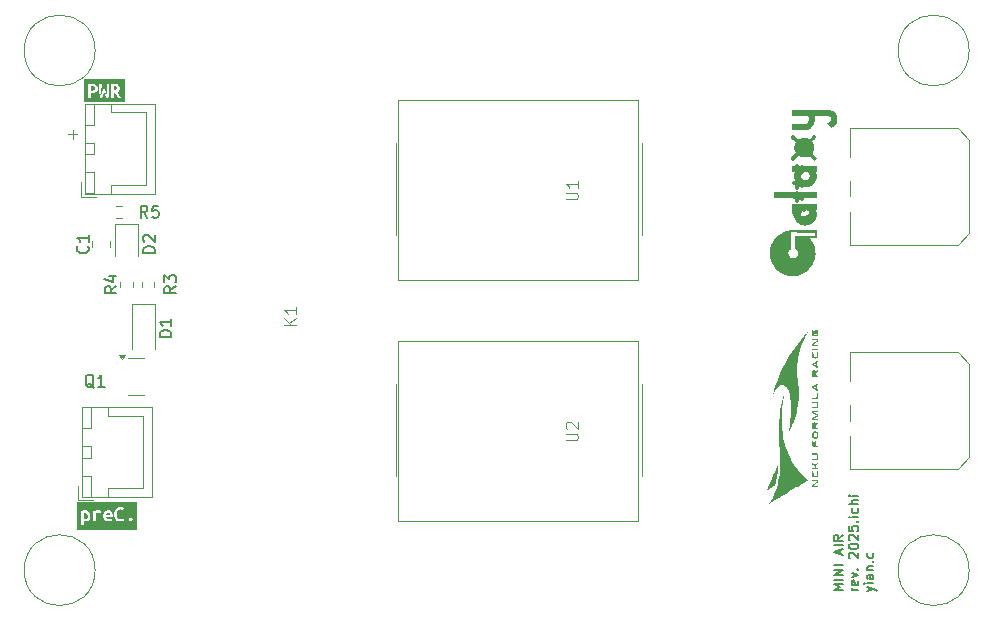
<source format=gbr>
%TF.GenerationSoftware,KiCad,Pcbnew,7.0.11-rc3*%
%TF.CreationDate,2025-03-16T23:29:25+08:00*%
%TF.ProjectId,miniAIR,6d696e69-4149-4522-9e6b-696361645f70,rev?*%
%TF.SameCoordinates,Original*%
%TF.FileFunction,Legend,Top*%
%TF.FilePolarity,Positive*%
%FSLAX46Y46*%
G04 Gerber Fmt 4.6, Leading zero omitted, Abs format (unit mm)*
G04 Created by KiCad (PCBNEW 7.0.11-rc3) date 2025-03-16 23:29:25*
%MOMM*%
%LPD*%
G01*
G04 APERTURE LIST*
%ADD10C,0.100000*%
%ADD11C,0.150000*%
%ADD12C,0.300000*%
%ADD13C,0.120000*%
%ADD14C,0.050000*%
G04 APERTURE END LIST*
D10*
X116000000Y-63000000D02*
G75*
G03*
X110000000Y-63000000I-3000000J0D01*
G01*
X110000000Y-63000000D02*
G75*
G03*
X116000000Y-63000000I3000000J0D01*
G01*
X116000000Y-107000000D02*
G75*
G03*
X110000000Y-107000000I-3000000J0D01*
G01*
X110000000Y-107000000D02*
G75*
G03*
X116000000Y-107000000I3000000J0D01*
G01*
X190000000Y-107000000D02*
G75*
G03*
X184000000Y-107000000I-3000000J0D01*
G01*
X184000000Y-107000000D02*
G75*
G03*
X190000000Y-107000000I3000000J0D01*
G01*
X190000000Y-63000000D02*
G75*
G03*
X184000000Y-63000000I-3000000J0D01*
G01*
X184000000Y-63000000D02*
G75*
G03*
X190000000Y-63000000I3000000J0D01*
G01*
D11*
X179318295Y-108710839D02*
X178518295Y-108710839D01*
X178518295Y-108710839D02*
X179089723Y-108444173D01*
X179089723Y-108444173D02*
X178518295Y-108177506D01*
X178518295Y-108177506D02*
X179318295Y-108177506D01*
X179318295Y-107796553D02*
X178518295Y-107796553D01*
X179318295Y-107415601D02*
X178518295Y-107415601D01*
X178518295Y-107415601D02*
X179318295Y-106958458D01*
X179318295Y-106958458D02*
X178518295Y-106958458D01*
X179318295Y-106577506D02*
X178518295Y-106577506D01*
X179089723Y-105625126D02*
X179089723Y-105244173D01*
X179318295Y-105701316D02*
X178518295Y-105434649D01*
X178518295Y-105434649D02*
X179318295Y-105167983D01*
X179318295Y-104901316D02*
X178518295Y-104901316D01*
X179318295Y-104063221D02*
X178937342Y-104329888D01*
X179318295Y-104520364D02*
X178518295Y-104520364D01*
X178518295Y-104520364D02*
X178518295Y-104215602D01*
X178518295Y-104215602D02*
X178556390Y-104139412D01*
X178556390Y-104139412D02*
X178594485Y-104101317D01*
X178594485Y-104101317D02*
X178670676Y-104063221D01*
X178670676Y-104063221D02*
X178784961Y-104063221D01*
X178784961Y-104063221D02*
X178861152Y-104101317D01*
X178861152Y-104101317D02*
X178899247Y-104139412D01*
X178899247Y-104139412D02*
X178937342Y-104215602D01*
X178937342Y-104215602D02*
X178937342Y-104520364D01*
X180606295Y-108710839D02*
X180072961Y-108710839D01*
X180225342Y-108710839D02*
X180149152Y-108672744D01*
X180149152Y-108672744D02*
X180111057Y-108634649D01*
X180111057Y-108634649D02*
X180072961Y-108558458D01*
X180072961Y-108558458D02*
X180072961Y-108482268D01*
X180568200Y-107910839D02*
X180606295Y-107987030D01*
X180606295Y-107987030D02*
X180606295Y-108139411D01*
X180606295Y-108139411D02*
X180568200Y-108215601D01*
X180568200Y-108215601D02*
X180492009Y-108253697D01*
X180492009Y-108253697D02*
X180187247Y-108253697D01*
X180187247Y-108253697D02*
X180111057Y-108215601D01*
X180111057Y-108215601D02*
X180072961Y-108139411D01*
X180072961Y-108139411D02*
X180072961Y-107987030D01*
X180072961Y-107987030D02*
X180111057Y-107910839D01*
X180111057Y-107910839D02*
X180187247Y-107872744D01*
X180187247Y-107872744D02*
X180263438Y-107872744D01*
X180263438Y-107872744D02*
X180339628Y-108253697D01*
X180072961Y-107606078D02*
X180606295Y-107415602D01*
X180606295Y-107415602D02*
X180072961Y-107225125D01*
X180530104Y-106920363D02*
X180568200Y-106882268D01*
X180568200Y-106882268D02*
X180606295Y-106920363D01*
X180606295Y-106920363D02*
X180568200Y-106958459D01*
X180568200Y-106958459D02*
X180530104Y-106920363D01*
X180530104Y-106920363D02*
X180606295Y-106920363D01*
X179882485Y-105967983D02*
X179844390Y-105929887D01*
X179844390Y-105929887D02*
X179806295Y-105853697D01*
X179806295Y-105853697D02*
X179806295Y-105663221D01*
X179806295Y-105663221D02*
X179844390Y-105587030D01*
X179844390Y-105587030D02*
X179882485Y-105548935D01*
X179882485Y-105548935D02*
X179958676Y-105510840D01*
X179958676Y-105510840D02*
X180034866Y-105510840D01*
X180034866Y-105510840D02*
X180149152Y-105548935D01*
X180149152Y-105548935D02*
X180606295Y-106006078D01*
X180606295Y-106006078D02*
X180606295Y-105510840D01*
X179806295Y-105015601D02*
X179806295Y-104939411D01*
X179806295Y-104939411D02*
X179844390Y-104863220D01*
X179844390Y-104863220D02*
X179882485Y-104825125D01*
X179882485Y-104825125D02*
X179958676Y-104787030D01*
X179958676Y-104787030D02*
X180111057Y-104748935D01*
X180111057Y-104748935D02*
X180301533Y-104748935D01*
X180301533Y-104748935D02*
X180453914Y-104787030D01*
X180453914Y-104787030D02*
X180530104Y-104825125D01*
X180530104Y-104825125D02*
X180568200Y-104863220D01*
X180568200Y-104863220D02*
X180606295Y-104939411D01*
X180606295Y-104939411D02*
X180606295Y-105015601D01*
X180606295Y-105015601D02*
X180568200Y-105091792D01*
X180568200Y-105091792D02*
X180530104Y-105129887D01*
X180530104Y-105129887D02*
X180453914Y-105167982D01*
X180453914Y-105167982D02*
X180301533Y-105206078D01*
X180301533Y-105206078D02*
X180111057Y-105206078D01*
X180111057Y-105206078D02*
X179958676Y-105167982D01*
X179958676Y-105167982D02*
X179882485Y-105129887D01*
X179882485Y-105129887D02*
X179844390Y-105091792D01*
X179844390Y-105091792D02*
X179806295Y-105015601D01*
X179882485Y-104444173D02*
X179844390Y-104406077D01*
X179844390Y-104406077D02*
X179806295Y-104329887D01*
X179806295Y-104329887D02*
X179806295Y-104139411D01*
X179806295Y-104139411D02*
X179844390Y-104063220D01*
X179844390Y-104063220D02*
X179882485Y-104025125D01*
X179882485Y-104025125D02*
X179958676Y-103987030D01*
X179958676Y-103987030D02*
X180034866Y-103987030D01*
X180034866Y-103987030D02*
X180149152Y-104025125D01*
X180149152Y-104025125D02*
X180606295Y-104482268D01*
X180606295Y-104482268D02*
X180606295Y-103987030D01*
X179806295Y-103263220D02*
X179806295Y-103644172D01*
X179806295Y-103644172D02*
X180187247Y-103682268D01*
X180187247Y-103682268D02*
X180149152Y-103644172D01*
X180149152Y-103644172D02*
X180111057Y-103567982D01*
X180111057Y-103567982D02*
X180111057Y-103377506D01*
X180111057Y-103377506D02*
X180149152Y-103301315D01*
X180149152Y-103301315D02*
X180187247Y-103263220D01*
X180187247Y-103263220D02*
X180263438Y-103225125D01*
X180263438Y-103225125D02*
X180453914Y-103225125D01*
X180453914Y-103225125D02*
X180530104Y-103263220D01*
X180530104Y-103263220D02*
X180568200Y-103301315D01*
X180568200Y-103301315D02*
X180606295Y-103377506D01*
X180606295Y-103377506D02*
X180606295Y-103567982D01*
X180606295Y-103567982D02*
X180568200Y-103644172D01*
X180568200Y-103644172D02*
X180530104Y-103682268D01*
X180530104Y-102882267D02*
X180568200Y-102844172D01*
X180568200Y-102844172D02*
X180606295Y-102882267D01*
X180606295Y-102882267D02*
X180568200Y-102920363D01*
X180568200Y-102920363D02*
X180530104Y-102882267D01*
X180530104Y-102882267D02*
X180606295Y-102882267D01*
X180606295Y-102501315D02*
X180072961Y-102501315D01*
X179806295Y-102501315D02*
X179844390Y-102539411D01*
X179844390Y-102539411D02*
X179882485Y-102501315D01*
X179882485Y-102501315D02*
X179844390Y-102463220D01*
X179844390Y-102463220D02*
X179806295Y-102501315D01*
X179806295Y-102501315D02*
X179882485Y-102501315D01*
X180568200Y-101777506D02*
X180606295Y-101853697D01*
X180606295Y-101853697D02*
X180606295Y-102006078D01*
X180606295Y-102006078D02*
X180568200Y-102082268D01*
X180568200Y-102082268D02*
X180530104Y-102120363D01*
X180530104Y-102120363D02*
X180453914Y-102158459D01*
X180453914Y-102158459D02*
X180225342Y-102158459D01*
X180225342Y-102158459D02*
X180149152Y-102120363D01*
X180149152Y-102120363D02*
X180111057Y-102082268D01*
X180111057Y-102082268D02*
X180072961Y-102006078D01*
X180072961Y-102006078D02*
X180072961Y-101853697D01*
X180072961Y-101853697D02*
X180111057Y-101777506D01*
X180606295Y-101434649D02*
X179806295Y-101434649D01*
X180606295Y-101091792D02*
X180187247Y-101091792D01*
X180187247Y-101091792D02*
X180111057Y-101129887D01*
X180111057Y-101129887D02*
X180072961Y-101206078D01*
X180072961Y-101206078D02*
X180072961Y-101320364D01*
X180072961Y-101320364D02*
X180111057Y-101396554D01*
X180111057Y-101396554D02*
X180149152Y-101434649D01*
X180606295Y-100710839D02*
X180072961Y-100710839D01*
X179806295Y-100710839D02*
X179844390Y-100748935D01*
X179844390Y-100748935D02*
X179882485Y-100710839D01*
X179882485Y-100710839D02*
X179844390Y-100672744D01*
X179844390Y-100672744D02*
X179806295Y-100710839D01*
X179806295Y-100710839D02*
X179882485Y-100710839D01*
X181360961Y-108787030D02*
X181894295Y-108596554D01*
X181360961Y-108406077D02*
X181894295Y-108596554D01*
X181894295Y-108596554D02*
X182084771Y-108672744D01*
X182084771Y-108672744D02*
X182122866Y-108710839D01*
X182122866Y-108710839D02*
X182160961Y-108787030D01*
X181894295Y-108101315D02*
X181360961Y-108101315D01*
X181094295Y-108101315D02*
X181132390Y-108139411D01*
X181132390Y-108139411D02*
X181170485Y-108101315D01*
X181170485Y-108101315D02*
X181132390Y-108063220D01*
X181132390Y-108063220D02*
X181094295Y-108101315D01*
X181094295Y-108101315D02*
X181170485Y-108101315D01*
X181894295Y-107377506D02*
X181475247Y-107377506D01*
X181475247Y-107377506D02*
X181399057Y-107415601D01*
X181399057Y-107415601D02*
X181360961Y-107491792D01*
X181360961Y-107491792D02*
X181360961Y-107644173D01*
X181360961Y-107644173D02*
X181399057Y-107720363D01*
X181856200Y-107377506D02*
X181894295Y-107453697D01*
X181894295Y-107453697D02*
X181894295Y-107644173D01*
X181894295Y-107644173D02*
X181856200Y-107720363D01*
X181856200Y-107720363D02*
X181780009Y-107758459D01*
X181780009Y-107758459D02*
X181703819Y-107758459D01*
X181703819Y-107758459D02*
X181627628Y-107720363D01*
X181627628Y-107720363D02*
X181589533Y-107644173D01*
X181589533Y-107644173D02*
X181589533Y-107453697D01*
X181589533Y-107453697D02*
X181551438Y-107377506D01*
X181360961Y-106996553D02*
X181894295Y-106996553D01*
X181437152Y-106996553D02*
X181399057Y-106958458D01*
X181399057Y-106958458D02*
X181360961Y-106882268D01*
X181360961Y-106882268D02*
X181360961Y-106767982D01*
X181360961Y-106767982D02*
X181399057Y-106691791D01*
X181399057Y-106691791D02*
X181475247Y-106653696D01*
X181475247Y-106653696D02*
X181894295Y-106653696D01*
X181818104Y-106272743D02*
X181856200Y-106234648D01*
X181856200Y-106234648D02*
X181894295Y-106272743D01*
X181894295Y-106272743D02*
X181856200Y-106310839D01*
X181856200Y-106310839D02*
X181818104Y-106272743D01*
X181818104Y-106272743D02*
X181894295Y-106272743D01*
X181856200Y-105548934D02*
X181894295Y-105625125D01*
X181894295Y-105625125D02*
X181894295Y-105777506D01*
X181894295Y-105777506D02*
X181856200Y-105853696D01*
X181856200Y-105853696D02*
X181818104Y-105891791D01*
X181818104Y-105891791D02*
X181741914Y-105929887D01*
X181741914Y-105929887D02*
X181513342Y-105929887D01*
X181513342Y-105929887D02*
X181437152Y-105891791D01*
X181437152Y-105891791D02*
X181399057Y-105853696D01*
X181399057Y-105853696D02*
X181360961Y-105777506D01*
X181360961Y-105777506D02*
X181360961Y-105625125D01*
X181360961Y-105625125D02*
X181399057Y-105548934D01*
D10*
X113703884Y-70091466D02*
X114465789Y-70091466D01*
X114084836Y-70472419D02*
X114084836Y-69710514D01*
D12*
X175249757Y-76321427D02*
X175178328Y-76464285D01*
X175178328Y-76464285D02*
X175178328Y-76678570D01*
X175178328Y-76678570D02*
X175249757Y-76892856D01*
X175249757Y-76892856D02*
X175392614Y-77035713D01*
X175392614Y-77035713D02*
X175535471Y-77107142D01*
X175535471Y-77107142D02*
X175821185Y-77178570D01*
X175821185Y-77178570D02*
X176035471Y-77178570D01*
X176035471Y-77178570D02*
X176321185Y-77107142D01*
X176321185Y-77107142D02*
X176464042Y-77035713D01*
X176464042Y-77035713D02*
X176606900Y-76892856D01*
X176606900Y-76892856D02*
X176678328Y-76678570D01*
X176678328Y-76678570D02*
X176678328Y-76535713D01*
X176678328Y-76535713D02*
X176606900Y-76321427D01*
X176606900Y-76321427D02*
X176535471Y-76249999D01*
X176535471Y-76249999D02*
X176035471Y-76249999D01*
X176035471Y-76249999D02*
X176035471Y-76535713D01*
X175178328Y-75392856D02*
X175535471Y-75392856D01*
X175392614Y-75749999D02*
X175535471Y-75392856D01*
X175535471Y-75392856D02*
X175392614Y-75035713D01*
X175821185Y-75607142D02*
X175535471Y-75392856D01*
X175535471Y-75392856D02*
X175821185Y-75178570D01*
X175178328Y-74249999D02*
X175535471Y-74249999D01*
X175392614Y-74607142D02*
X175535471Y-74249999D01*
X175535471Y-74249999D02*
X175392614Y-73892856D01*
X175821185Y-74464285D02*
X175535471Y-74249999D01*
X175535471Y-74249999D02*
X175821185Y-74035713D01*
X175178328Y-73107142D02*
X175535471Y-73107142D01*
X175392614Y-73464285D02*
X175535471Y-73107142D01*
X175535471Y-73107142D02*
X175392614Y-72749999D01*
X175821185Y-73321428D02*
X175535471Y-73107142D01*
X175535471Y-73107142D02*
X175821185Y-72892856D01*
D10*
X155857419Y-96011904D02*
X156666942Y-96011904D01*
X156666942Y-96011904D02*
X156762180Y-95964285D01*
X156762180Y-95964285D02*
X156809800Y-95916666D01*
X156809800Y-95916666D02*
X156857419Y-95821428D01*
X156857419Y-95821428D02*
X156857419Y-95630952D01*
X156857419Y-95630952D02*
X156809800Y-95535714D01*
X156809800Y-95535714D02*
X156762180Y-95488095D01*
X156762180Y-95488095D02*
X156666942Y-95440476D01*
X156666942Y-95440476D02*
X155857419Y-95440476D01*
X155952657Y-95011904D02*
X155905038Y-94964285D01*
X155905038Y-94964285D02*
X155857419Y-94869047D01*
X155857419Y-94869047D02*
X155857419Y-94630952D01*
X155857419Y-94630952D02*
X155905038Y-94535714D01*
X155905038Y-94535714D02*
X155952657Y-94488095D01*
X155952657Y-94488095D02*
X156047895Y-94440476D01*
X156047895Y-94440476D02*
X156143133Y-94440476D01*
X156143133Y-94440476D02*
X156285990Y-94488095D01*
X156285990Y-94488095D02*
X156857419Y-95059523D01*
X156857419Y-95059523D02*
X156857419Y-94440476D01*
D11*
X115359580Y-79566666D02*
X115407200Y-79614285D01*
X115407200Y-79614285D02*
X115454819Y-79757142D01*
X115454819Y-79757142D02*
X115454819Y-79852380D01*
X115454819Y-79852380D02*
X115407200Y-79995237D01*
X115407200Y-79995237D02*
X115311961Y-80090475D01*
X115311961Y-80090475D02*
X115216723Y-80138094D01*
X115216723Y-80138094D02*
X115026247Y-80185713D01*
X115026247Y-80185713D02*
X114883390Y-80185713D01*
X114883390Y-80185713D02*
X114692914Y-80138094D01*
X114692914Y-80138094D02*
X114597676Y-80090475D01*
X114597676Y-80090475D02*
X114502438Y-79995237D01*
X114502438Y-79995237D02*
X114454819Y-79852380D01*
X114454819Y-79852380D02*
X114454819Y-79757142D01*
X114454819Y-79757142D02*
X114502438Y-79614285D01*
X114502438Y-79614285D02*
X114550057Y-79566666D01*
X115454819Y-78614285D02*
X115454819Y-79185713D01*
X115454819Y-78899999D02*
X114454819Y-78899999D01*
X114454819Y-78899999D02*
X114597676Y-78995237D01*
X114597676Y-78995237D02*
X114692914Y-79090475D01*
X114692914Y-79090475D02*
X114740533Y-79185713D01*
D10*
X133007419Y-86238094D02*
X132007419Y-86238094D01*
X133007419Y-85666666D02*
X132435990Y-86095237D01*
X132007419Y-85666666D02*
X132578847Y-86238094D01*
X133007419Y-84714285D02*
X133007419Y-85285713D01*
X133007419Y-84999999D02*
X132007419Y-84999999D01*
X132007419Y-84999999D02*
X132150276Y-85095237D01*
X132150276Y-85095237D02*
X132245514Y-85190475D01*
X132245514Y-85190475D02*
X132293133Y-85285713D01*
D11*
X121054819Y-80138094D02*
X120054819Y-80138094D01*
X120054819Y-80138094D02*
X120054819Y-79899999D01*
X120054819Y-79899999D02*
X120102438Y-79757142D01*
X120102438Y-79757142D02*
X120197676Y-79661904D01*
X120197676Y-79661904D02*
X120292914Y-79614285D01*
X120292914Y-79614285D02*
X120483390Y-79566666D01*
X120483390Y-79566666D02*
X120626247Y-79566666D01*
X120626247Y-79566666D02*
X120816723Y-79614285D01*
X120816723Y-79614285D02*
X120911961Y-79661904D01*
X120911961Y-79661904D02*
X121007200Y-79757142D01*
X121007200Y-79757142D02*
X121054819Y-79899999D01*
X121054819Y-79899999D02*
X121054819Y-80138094D01*
X120150057Y-79185713D02*
X120102438Y-79138094D01*
X120102438Y-79138094D02*
X120054819Y-79042856D01*
X120054819Y-79042856D02*
X120054819Y-78804761D01*
X120054819Y-78804761D02*
X120102438Y-78709523D01*
X120102438Y-78709523D02*
X120150057Y-78661904D01*
X120150057Y-78661904D02*
X120245295Y-78614285D01*
X120245295Y-78614285D02*
X120340533Y-78614285D01*
X120340533Y-78614285D02*
X120483390Y-78661904D01*
X120483390Y-78661904D02*
X121054819Y-79233332D01*
X121054819Y-79233332D02*
X121054819Y-78614285D01*
X117804819Y-82966666D02*
X117328628Y-83299999D01*
X117804819Y-83538094D02*
X116804819Y-83538094D01*
X116804819Y-83538094D02*
X116804819Y-83157142D01*
X116804819Y-83157142D02*
X116852438Y-83061904D01*
X116852438Y-83061904D02*
X116900057Y-83014285D01*
X116900057Y-83014285D02*
X116995295Y-82966666D01*
X116995295Y-82966666D02*
X117138152Y-82966666D01*
X117138152Y-82966666D02*
X117233390Y-83014285D01*
X117233390Y-83014285D02*
X117281009Y-83061904D01*
X117281009Y-83061904D02*
X117328628Y-83157142D01*
X117328628Y-83157142D02*
X117328628Y-83538094D01*
X117138152Y-82109523D02*
X117804819Y-82109523D01*
X116757200Y-82347618D02*
X117471485Y-82585713D01*
X117471485Y-82585713D02*
X117471485Y-81966666D01*
X122459819Y-87261094D02*
X121459819Y-87261094D01*
X121459819Y-87261094D02*
X121459819Y-87022999D01*
X121459819Y-87022999D02*
X121507438Y-86880142D01*
X121507438Y-86880142D02*
X121602676Y-86784904D01*
X121602676Y-86784904D02*
X121697914Y-86737285D01*
X121697914Y-86737285D02*
X121888390Y-86689666D01*
X121888390Y-86689666D02*
X122031247Y-86689666D01*
X122031247Y-86689666D02*
X122221723Y-86737285D01*
X122221723Y-86737285D02*
X122316961Y-86784904D01*
X122316961Y-86784904D02*
X122412200Y-86880142D01*
X122412200Y-86880142D02*
X122459819Y-87022999D01*
X122459819Y-87022999D02*
X122459819Y-87261094D01*
X122459819Y-85737285D02*
X122459819Y-86308713D01*
X122459819Y-86022999D02*
X121459819Y-86022999D01*
X121459819Y-86022999D02*
X121602676Y-86118237D01*
X121602676Y-86118237D02*
X121697914Y-86213475D01*
X121697914Y-86213475D02*
X121745533Y-86308713D01*
X120433333Y-77154819D02*
X120100000Y-76678628D01*
X119861905Y-77154819D02*
X119861905Y-76154819D01*
X119861905Y-76154819D02*
X120242857Y-76154819D01*
X120242857Y-76154819D02*
X120338095Y-76202438D01*
X120338095Y-76202438D02*
X120385714Y-76250057D01*
X120385714Y-76250057D02*
X120433333Y-76345295D01*
X120433333Y-76345295D02*
X120433333Y-76488152D01*
X120433333Y-76488152D02*
X120385714Y-76583390D01*
X120385714Y-76583390D02*
X120338095Y-76631009D01*
X120338095Y-76631009D02*
X120242857Y-76678628D01*
X120242857Y-76678628D02*
X119861905Y-76678628D01*
X121338095Y-76154819D02*
X120861905Y-76154819D01*
X120861905Y-76154819D02*
X120814286Y-76631009D01*
X120814286Y-76631009D02*
X120861905Y-76583390D01*
X120861905Y-76583390D02*
X120957143Y-76535771D01*
X120957143Y-76535771D02*
X121195238Y-76535771D01*
X121195238Y-76535771D02*
X121290476Y-76583390D01*
X121290476Y-76583390D02*
X121338095Y-76631009D01*
X121338095Y-76631009D02*
X121385714Y-76726247D01*
X121385714Y-76726247D02*
X121385714Y-76964342D01*
X121385714Y-76964342D02*
X121338095Y-77059580D01*
X121338095Y-77059580D02*
X121290476Y-77107200D01*
X121290476Y-77107200D02*
X121195238Y-77154819D01*
X121195238Y-77154819D02*
X120957143Y-77154819D01*
X120957143Y-77154819D02*
X120861905Y-77107200D01*
X120861905Y-77107200D02*
X120814286Y-77059580D01*
X122854819Y-82966666D02*
X122378628Y-83299999D01*
X122854819Y-83538094D02*
X121854819Y-83538094D01*
X121854819Y-83538094D02*
X121854819Y-83157142D01*
X121854819Y-83157142D02*
X121902438Y-83061904D01*
X121902438Y-83061904D02*
X121950057Y-83014285D01*
X121950057Y-83014285D02*
X122045295Y-82966666D01*
X122045295Y-82966666D02*
X122188152Y-82966666D01*
X122188152Y-82966666D02*
X122283390Y-83014285D01*
X122283390Y-83014285D02*
X122331009Y-83061904D01*
X122331009Y-83061904D02*
X122378628Y-83157142D01*
X122378628Y-83157142D02*
X122378628Y-83538094D01*
X121854819Y-82633332D02*
X121854819Y-82014285D01*
X121854819Y-82014285D02*
X122235771Y-82347618D01*
X122235771Y-82347618D02*
X122235771Y-82204761D01*
X122235771Y-82204761D02*
X122283390Y-82109523D01*
X122283390Y-82109523D02*
X122331009Y-82061904D01*
X122331009Y-82061904D02*
X122426247Y-82014285D01*
X122426247Y-82014285D02*
X122664342Y-82014285D01*
X122664342Y-82014285D02*
X122759580Y-82061904D01*
X122759580Y-82061904D02*
X122807200Y-82109523D01*
X122807200Y-82109523D02*
X122854819Y-82204761D01*
X122854819Y-82204761D02*
X122854819Y-82490475D01*
X122854819Y-82490475D02*
X122807200Y-82585713D01*
X122807200Y-82585713D02*
X122759580Y-82633332D01*
X115904761Y-91550057D02*
X115809523Y-91502438D01*
X115809523Y-91502438D02*
X115714285Y-91407200D01*
X115714285Y-91407200D02*
X115571428Y-91264342D01*
X115571428Y-91264342D02*
X115476190Y-91216723D01*
X115476190Y-91216723D02*
X115380952Y-91216723D01*
X115428571Y-91454819D02*
X115333333Y-91407200D01*
X115333333Y-91407200D02*
X115238095Y-91311961D01*
X115238095Y-91311961D02*
X115190476Y-91121485D01*
X115190476Y-91121485D02*
X115190476Y-90788152D01*
X115190476Y-90788152D02*
X115238095Y-90597676D01*
X115238095Y-90597676D02*
X115333333Y-90502438D01*
X115333333Y-90502438D02*
X115428571Y-90454819D01*
X115428571Y-90454819D02*
X115619047Y-90454819D01*
X115619047Y-90454819D02*
X115714285Y-90502438D01*
X115714285Y-90502438D02*
X115809523Y-90597676D01*
X115809523Y-90597676D02*
X115857142Y-90788152D01*
X115857142Y-90788152D02*
X115857142Y-91121485D01*
X115857142Y-91121485D02*
X115809523Y-91311961D01*
X115809523Y-91311961D02*
X115714285Y-91407200D01*
X115714285Y-91407200D02*
X115619047Y-91454819D01*
X115619047Y-91454819D02*
X115428571Y-91454819D01*
X116809523Y-91454819D02*
X116238095Y-91454819D01*
X116523809Y-91454819D02*
X116523809Y-90454819D01*
X116523809Y-90454819D02*
X116428571Y-90597676D01*
X116428571Y-90597676D02*
X116333333Y-90692914D01*
X116333333Y-90692914D02*
X116238095Y-90740533D01*
D10*
X155857419Y-75611904D02*
X156666942Y-75611904D01*
X156666942Y-75611904D02*
X156762180Y-75564285D01*
X156762180Y-75564285D02*
X156809800Y-75516666D01*
X156809800Y-75516666D02*
X156857419Y-75421428D01*
X156857419Y-75421428D02*
X156857419Y-75230952D01*
X156857419Y-75230952D02*
X156809800Y-75135714D01*
X156809800Y-75135714D02*
X156762180Y-75088095D01*
X156762180Y-75088095D02*
X156666942Y-75040476D01*
X156666942Y-75040476D02*
X155857419Y-75040476D01*
X156857419Y-74040476D02*
X156857419Y-74611904D01*
X156857419Y-74326190D02*
X155857419Y-74326190D01*
X155857419Y-74326190D02*
X156000276Y-74421428D01*
X156000276Y-74421428D02*
X156095514Y-74516666D01*
X156095514Y-74516666D02*
X156143133Y-74611904D01*
%TO.C,G\u002A\u002A\u002A*%
G36*
X175500311Y-74983125D02*
G01*
X175688300Y-74983136D01*
X175860758Y-74983162D01*
X176018360Y-74983209D01*
X176161778Y-74983283D01*
X176291685Y-74983390D01*
X176408755Y-74983537D01*
X176513662Y-74983729D01*
X176607079Y-74983973D01*
X176689678Y-74984274D01*
X176762134Y-74984640D01*
X176825120Y-74985075D01*
X176879308Y-74985587D01*
X176925374Y-74986181D01*
X176963988Y-74986863D01*
X176995827Y-74987640D01*
X177021561Y-74988518D01*
X177041865Y-74989502D01*
X177057413Y-74990600D01*
X177068877Y-74991816D01*
X177076931Y-74993158D01*
X177082248Y-74994631D01*
X177085501Y-74996242D01*
X177087365Y-74997996D01*
X177088274Y-74999445D01*
X177090578Y-75011989D01*
X177092541Y-75038608D01*
X177094154Y-75076629D01*
X177095409Y-75123379D01*
X177096294Y-75176184D01*
X177096802Y-75232373D01*
X177096922Y-75289270D01*
X177096645Y-75344205D01*
X177095961Y-75394503D01*
X177094861Y-75437491D01*
X177093335Y-75470496D01*
X177091375Y-75490845D01*
X177090042Y-75495784D01*
X177086262Y-75497030D01*
X177076192Y-75498173D01*
X177059257Y-75499215D01*
X177034883Y-75500159D01*
X177002495Y-75501006D01*
X176961521Y-75501761D01*
X176911385Y-75502426D01*
X176851514Y-75503002D01*
X176781333Y-75503494D01*
X176700270Y-75503904D01*
X176607748Y-75504234D01*
X176503196Y-75504487D01*
X176386038Y-75504666D01*
X176255700Y-75504773D01*
X176111608Y-75504812D01*
X175953189Y-75504784D01*
X175779869Y-75504694D01*
X175591072Y-75504542D01*
X175386226Y-75504332D01*
X175290653Y-75504222D01*
X173497973Y-75502093D01*
X173495735Y-75254176D01*
X173495255Y-75174203D01*
X173495427Y-75110160D01*
X173496278Y-75061114D01*
X173497835Y-75026129D01*
X173500123Y-75004272D01*
X173503097Y-74994691D01*
X173506286Y-74993341D01*
X173513942Y-74992096D01*
X173526691Y-74990953D01*
X173545160Y-74989908D01*
X173569977Y-74988955D01*
X173601769Y-74988092D01*
X173641162Y-74987315D01*
X173688785Y-74986619D01*
X173745264Y-74986000D01*
X173811226Y-74985454D01*
X173887298Y-74984977D01*
X173974108Y-74984566D01*
X174072283Y-74984215D01*
X174182450Y-74983922D01*
X174305236Y-74983681D01*
X174441268Y-74983489D01*
X174591173Y-74983343D01*
X174755579Y-74983237D01*
X174935113Y-74983168D01*
X175130401Y-74983131D01*
X175296118Y-74983123D01*
X175500311Y-74983125D01*
G37*
G36*
X176056836Y-72748987D02*
G01*
X177092791Y-72751130D01*
X177095158Y-72987409D01*
X177095614Y-73049776D01*
X177095717Y-73107337D01*
X177095486Y-73157721D01*
X177094943Y-73198560D01*
X177094108Y-73227483D01*
X177093003Y-73242121D01*
X177092887Y-73242674D01*
X177084110Y-73257388D01*
X177064880Y-73261660D01*
X177064501Y-73261661D01*
X177045722Y-73263068D01*
X177036356Y-73266058D01*
X177036652Y-73275632D01*
X177041560Y-73296702D01*
X177050039Y-73324865D01*
X177050822Y-73327237D01*
X177062343Y-73363733D01*
X177073173Y-73401043D01*
X177079755Y-73426213D01*
X177084294Y-73454451D01*
X177088038Y-73495293D01*
X177090875Y-73544479D01*
X177092689Y-73597748D01*
X177093367Y-73650840D01*
X177092795Y-73699496D01*
X177090857Y-73739456D01*
X177088694Y-73759535D01*
X177073289Y-73841720D01*
X177053773Y-73914014D01*
X177037695Y-73957841D01*
X177007731Y-74024744D01*
X176976477Y-74087114D01*
X176945571Y-74142026D01*
X176916655Y-74186558D01*
X176892671Y-74216427D01*
X176881100Y-74230041D01*
X176864847Y-74250717D01*
X176858322Y-74259347D01*
X176827218Y-74294563D01*
X176784312Y-74334112D01*
X176733158Y-74375327D01*
X176677310Y-74415541D01*
X176620323Y-74452087D01*
X176565753Y-74482299D01*
X176552724Y-74488634D01*
X176524239Y-74502126D01*
X176500320Y-74513610D01*
X176487440Y-74519951D01*
X176468334Y-74526429D01*
X176459900Y-74527442D01*
X176441499Y-74531241D01*
X176432361Y-74535090D01*
X176403102Y-74546449D01*
X176361106Y-74557597D01*
X176310505Y-74567833D01*
X176255429Y-74576455D01*
X176200013Y-74582760D01*
X176148388Y-74586045D01*
X176130797Y-74586355D01*
X176118019Y-74585536D01*
X176027619Y-74579742D01*
X175918753Y-74559956D01*
X175827010Y-74534050D01*
X175714937Y-74488536D01*
X175609167Y-74428287D01*
X175511259Y-74354763D01*
X175422770Y-74269426D01*
X175345258Y-74173737D01*
X175280279Y-74069157D01*
X175239631Y-73983156D01*
X175230104Y-73956571D01*
X175218406Y-73919011D01*
X175206077Y-73875964D01*
X175194662Y-73832918D01*
X175185701Y-73795362D01*
X175182579Y-73780123D01*
X175173785Y-73706787D01*
X175172027Y-73623565D01*
X175173924Y-73589278D01*
X175775550Y-73589278D01*
X175776263Y-73656513D01*
X175780967Y-73683038D01*
X175806722Y-73761533D01*
X175845461Y-73829477D01*
X175896843Y-73886429D01*
X175960528Y-73931947D01*
X175981352Y-73942996D01*
X176010999Y-73957238D01*
X176034134Y-73966412D01*
X176056111Y-73971620D01*
X176082288Y-73973964D01*
X176118019Y-73974547D01*
X176134579Y-73974537D01*
X176175412Y-73974127D01*
X176204764Y-73972361D01*
X176228029Y-73968143D01*
X176250601Y-73960376D01*
X176277874Y-73947962D01*
X176287004Y-73943545D01*
X176354613Y-73901783D01*
X176410446Y-73847943D01*
X176454530Y-73781994D01*
X176477880Y-73730032D01*
X176483285Y-73705634D01*
X176486723Y-73669947D01*
X176488143Y-73628453D01*
X176487494Y-73586629D01*
X176484728Y-73549957D01*
X176479793Y-73523915D01*
X176479774Y-73523855D01*
X176452310Y-73458793D01*
X176414798Y-73400037D01*
X176388911Y-73370320D01*
X176365649Y-73348856D01*
X176339823Y-73329733D01*
X176307596Y-73310537D01*
X176265135Y-73288854D01*
X176241850Y-73277728D01*
X176218239Y-73271400D01*
X176183009Y-73267594D01*
X176141231Y-73266303D01*
X176097973Y-73267520D01*
X176058302Y-73271236D01*
X176027289Y-73277444D01*
X176025316Y-73278054D01*
X175960777Y-73306799D01*
X175903447Y-73348035D01*
X175854793Y-73399331D01*
X175816281Y-73458257D01*
X175789378Y-73522383D01*
X175775550Y-73589278D01*
X175173924Y-73589278D01*
X175176888Y-73535712D01*
X175187949Y-73448481D01*
X175204792Y-73367130D01*
X175219415Y-73317611D01*
X175226124Y-73292952D01*
X175227943Y-73274803D01*
X175226315Y-73269384D01*
X175215474Y-73266354D01*
X175191425Y-73263515D01*
X175157837Y-73261203D01*
X175122265Y-73259846D01*
X175025349Y-73257442D01*
X175023115Y-73002143D01*
X175020882Y-72746844D01*
X176056836Y-72748987D01*
G37*
G36*
X177092879Y-75997824D02*
G01*
X177094010Y-76011017D01*
X177094872Y-76038715D01*
X177095445Y-76078550D01*
X177095708Y-76128149D01*
X177095638Y-76185145D01*
X177095216Y-76247167D01*
X177095158Y-76253123D01*
X177092791Y-76489402D01*
X177060455Y-76492062D01*
X177039708Y-76495119D01*
X177032425Y-76501020D01*
X177033882Y-76508939D01*
X177042314Y-76532424D01*
X177053175Y-76566274D01*
X177064648Y-76604522D01*
X177074916Y-76641200D01*
X177079301Y-76658173D01*
X177083286Y-76682560D01*
X177086892Y-76719685D01*
X177089950Y-76765410D01*
X177092291Y-76815595D01*
X177093746Y-76866104D01*
X177094146Y-76912797D01*
X177093321Y-76951537D01*
X177092058Y-76970399D01*
X177078222Y-77055425D01*
X177053982Y-77145046D01*
X177021440Y-77233089D01*
X176982702Y-77313383D01*
X176964677Y-77343968D01*
X176949953Y-77368596D01*
X176939811Y-77387940D01*
X176936678Y-77396709D01*
X176931518Y-77404779D01*
X176930059Y-77404983D01*
X176921820Y-77411541D01*
X176910095Y-77427676D01*
X176907936Y-77431229D01*
X176890267Y-77455908D01*
X176863003Y-77487857D01*
X176829538Y-77523569D01*
X176793266Y-77559536D01*
X176757580Y-77592251D01*
X176730210Y-77614907D01*
X176689299Y-77644414D01*
X176642703Y-77674750D01*
X176596623Y-77702061D01*
X176557257Y-77722493D01*
X176556856Y-77722678D01*
X176499962Y-77748174D01*
X176451727Y-77767620D01*
X176407267Y-77782397D01*
X176361695Y-77793889D01*
X176310128Y-77803479D01*
X176247680Y-77812547D01*
X176232060Y-77814602D01*
X176121824Y-77820903D01*
X176083106Y-77817982D01*
X176007821Y-77812302D01*
X175893028Y-77789367D01*
X175780421Y-77752667D01*
X175687774Y-77710621D01*
X175656555Y-77693807D01*
X175631575Y-77679208D01*
X175616285Y-77668903D01*
X175613234Y-77665761D01*
X175603581Y-77658344D01*
X175601445Y-77658140D01*
X175587424Y-77652284D01*
X175564470Y-77636224D01*
X175535031Y-77612214D01*
X175501554Y-77582511D01*
X175466488Y-77549373D01*
X175432281Y-77515055D01*
X175401380Y-77481814D01*
X175376233Y-77451908D01*
X175372600Y-77447176D01*
X175342828Y-77405413D01*
X175313574Y-77360255D01*
X175286479Y-77314685D01*
X175263184Y-77271689D01*
X175245327Y-77234249D01*
X175234549Y-77205350D01*
X175232093Y-77191523D01*
X175227988Y-77177027D01*
X175224662Y-77173546D01*
X175217065Y-77162429D01*
X175212858Y-77149842D01*
X175199251Y-77089574D01*
X175189136Y-77041938D01*
X175182002Y-77003170D01*
X175177336Y-76969509D01*
X175174627Y-76937191D01*
X175173363Y-76902452D01*
X175173032Y-76861530D01*
X175173030Y-76857074D01*
X175173987Y-76826826D01*
X175774916Y-76826826D01*
X175775937Y-76893470D01*
X175784017Y-76934935D01*
X175806985Y-77002176D01*
X175839122Y-77059529D01*
X175882166Y-77108833D01*
X175937856Y-77151931D01*
X176007928Y-77190662D01*
X176038528Y-77204549D01*
X176054681Y-77207424D01*
X176083106Y-77208782D01*
X176119281Y-77208760D01*
X176158683Y-77207496D01*
X176196788Y-77205125D01*
X176229073Y-77201786D01*
X176248937Y-77198190D01*
X176279722Y-77185743D01*
X176316693Y-77164319D01*
X176354779Y-77137516D01*
X176388912Y-77108931D01*
X176414019Y-77082162D01*
X176415806Y-77079769D01*
X176448076Y-77031318D01*
X176469467Y-76987698D01*
X176481990Y-76942849D01*
X176487655Y-76890710D01*
X176488537Y-76860579D01*
X176487412Y-76810533D01*
X176482205Y-76771367D01*
X176473343Y-76740485D01*
X176454534Y-76695711D01*
X176432356Y-76658525D01*
X176402683Y-76622798D01*
X176376381Y-76596460D01*
X176328236Y-76558833D01*
X176271504Y-76527786D01*
X176211496Y-76505578D01*
X176153523Y-76494469D01*
X176134726Y-76493621D01*
X176070611Y-76501341D01*
X176005654Y-76522989D01*
X175943552Y-76556300D01*
X175887997Y-76599011D01*
X175842687Y-76648855D01*
X175818786Y-76687284D01*
X175789093Y-76758850D01*
X175774916Y-76826826D01*
X175173987Y-76826826D01*
X175175870Y-76767269D01*
X175184848Y-76688679D01*
X175200669Y-76616538D01*
X175215599Y-76569006D01*
X175226078Y-76538836D01*
X175231220Y-76518074D01*
X175228959Y-76504885D01*
X175217232Y-76497434D01*
X175193972Y-76493886D01*
X175157118Y-76492406D01*
X175128721Y-76491771D01*
X175025349Y-76489402D01*
X175025349Y-76236246D01*
X175025349Y-75983090D01*
X176056791Y-75980947D01*
X177088233Y-75978804D01*
X177092879Y-75997824D01*
G37*
G36*
X176983235Y-70207056D02*
G01*
X177017360Y-70241567D01*
X177046875Y-70272309D01*
X177069848Y-70297198D01*
X177084349Y-70314148D01*
X177088571Y-70320778D01*
X177082814Y-70328686D01*
X177066515Y-70346931D01*
X177041137Y-70373982D01*
X177008141Y-70408309D01*
X176968987Y-70448384D01*
X176925137Y-70492676D01*
X176907143Y-70510698D01*
X176861838Y-70556298D01*
X176820666Y-70598377D01*
X176785093Y-70635386D01*
X176756580Y-70665780D01*
X176736591Y-70688011D01*
X176726591Y-70700532D01*
X176725714Y-70702437D01*
X176730008Y-70714563D01*
X176741210Y-70735853D01*
X176755249Y-70759065D01*
X176770484Y-70784056D01*
X176781150Y-70803795D01*
X176784784Y-70813377D01*
X176790275Y-70823793D01*
X176791288Y-70824330D01*
X176798446Y-70833916D01*
X176809280Y-70856152D01*
X176822445Y-70887575D01*
X176836594Y-70924723D01*
X176850382Y-70964133D01*
X176862463Y-71002341D01*
X176867798Y-71021229D01*
X176887067Y-71124747D01*
X176891497Y-71232750D01*
X176881539Y-71342579D01*
X176857645Y-71451573D01*
X176820265Y-71557072D01*
X176769850Y-71656416D01*
X176756435Y-71678150D01*
X176740815Y-71704032D01*
X176729753Y-71725151D01*
X176725714Y-71736633D01*
X176731478Y-71745003D01*
X176747794Y-71763679D01*
X176773197Y-71791113D01*
X176806226Y-71825758D01*
X176845415Y-71866067D01*
X176889302Y-71910495D01*
X176907143Y-71928372D01*
X176952424Y-71973890D01*
X176993576Y-72015786D01*
X177029139Y-72052528D01*
X177057651Y-72082588D01*
X177077652Y-72104437D01*
X177087679Y-72116544D01*
X177088571Y-72118292D01*
X177082864Y-72126782D01*
X177067029Y-72144998D01*
X177042995Y-72170859D01*
X177012692Y-72202280D01*
X176983060Y-72232189D01*
X176877549Y-72337447D01*
X176681382Y-72141423D01*
X176485216Y-71945398D01*
X176447242Y-71964512D01*
X176400170Y-71987159D01*
X176356614Y-72006169D01*
X176319723Y-72020297D01*
X176292648Y-72028295D01*
X176282633Y-72029635D01*
X176265320Y-72032354D01*
X176258121Y-72036867D01*
X176246550Y-72042497D01*
X176221158Y-72047512D01*
X176184993Y-72051785D01*
X176141104Y-72055188D01*
X176092538Y-72057594D01*
X176042344Y-72058875D01*
X175993570Y-72058904D01*
X175949266Y-72057554D01*
X175912480Y-72054697D01*
X175894518Y-72052063D01*
X175813056Y-72032069D01*
X175731516Y-72003843D01*
X175655157Y-71969526D01*
X175589235Y-71931258D01*
X175576942Y-71922729D01*
X175554427Y-71907393D01*
X175537173Y-71897183D01*
X175530589Y-71894618D01*
X175523177Y-71900385D01*
X175505232Y-71916809D01*
X175478119Y-71942571D01*
X175443197Y-71976352D01*
X175401830Y-72016836D01*
X175355379Y-72062703D01*
X175305206Y-72112636D01*
X175301803Y-72116036D01*
X175080266Y-72337455D01*
X174974751Y-72232193D01*
X174940600Y-72197672D01*
X174911056Y-72166945D01*
X174888048Y-72142087D01*
X174873504Y-72125177D01*
X174869236Y-72118569D01*
X174875002Y-72110908D01*
X174891429Y-72092707D01*
X174917208Y-72065326D01*
X174951033Y-72030125D01*
X174991595Y-71988463D01*
X175037586Y-71941700D01*
X175087700Y-71891196D01*
X175093832Y-71885045D01*
X175144188Y-71834283D01*
X175190408Y-71787151D01*
X175231212Y-71744995D01*
X175265318Y-71709164D01*
X175291447Y-71681004D01*
X175308317Y-71661862D01*
X175314648Y-71653087D01*
X175314632Y-71652782D01*
X175306066Y-71635215D01*
X175293241Y-71607198D01*
X175278411Y-71573852D01*
X175263829Y-71540298D01*
X175251746Y-71511657D01*
X175244682Y-71493787D01*
X175231233Y-71448555D01*
X175218890Y-71392599D01*
X175208684Y-71332074D01*
X175201644Y-71273132D01*
X175198799Y-71221928D01*
X175198785Y-71219535D01*
X175200316Y-71184610D01*
X175204510Y-71141332D01*
X175210537Y-71097862D01*
X175212088Y-71088738D01*
X175218661Y-71051225D01*
X175224553Y-71016866D01*
X175228795Y-70991342D01*
X175229750Y-70985287D01*
X175234734Y-70965035D01*
X175241085Y-70953410D01*
X175241464Y-70953145D01*
X175248137Y-70941616D01*
X175248970Y-70934879D01*
X175252574Y-70921653D01*
X175262232Y-70897602D01*
X175276212Y-70866877D01*
X175284218Y-70850434D01*
X175319466Y-70779616D01*
X175094351Y-70554385D01*
X175043750Y-70503540D01*
X174997121Y-70456265D01*
X174955770Y-70413917D01*
X174921007Y-70377855D01*
X174894140Y-70349438D01*
X174876476Y-70330024D01*
X174869325Y-70320972D01*
X174869236Y-70320641D01*
X174875061Y-70311221D01*
X174890887Y-70292854D01*
X174914242Y-70267964D01*
X174942653Y-70238971D01*
X174973647Y-70208299D01*
X175004751Y-70178369D01*
X175033493Y-70151604D01*
X175057400Y-70130424D01*
X175073999Y-70117253D01*
X175080115Y-70114086D01*
X175088730Y-70119860D01*
X175107801Y-70136291D01*
X175135914Y-70162041D01*
X175171651Y-70195774D01*
X175213595Y-70236152D01*
X175260330Y-70281840D01*
X175309293Y-70330357D01*
X175526150Y-70546627D01*
X175558440Y-70527179D01*
X175584030Y-70511393D01*
X175607291Y-70496453D01*
X175611827Y-70493420D01*
X175664061Y-70463370D01*
X175728574Y-70434897D01*
X175800773Y-70409819D01*
X175869203Y-70391501D01*
X175911225Y-70384673D01*
X175962863Y-70380596D01*
X176020590Y-70379114D01*
X176080875Y-70380071D01*
X176140189Y-70383308D01*
X176195003Y-70388668D01*
X176241788Y-70395996D01*
X176277014Y-70405133D01*
X176288905Y-70410180D01*
X176307937Y-70416818D01*
X176316445Y-70417874D01*
X176334941Y-70421581D01*
X176343985Y-70425274D01*
X176358207Y-70432330D01*
X176382894Y-70444461D01*
X176413338Y-70459355D01*
X176421570Y-70463372D01*
X176484502Y-70494070D01*
X176681201Y-70298021D01*
X176877899Y-70101973D01*
X176983235Y-70207056D01*
G37*
G36*
X177550244Y-68055930D02*
G01*
X177658961Y-68056059D01*
X177756052Y-68056297D01*
X177842269Y-68056656D01*
X177918360Y-68057145D01*
X177985077Y-68057777D01*
X178043169Y-68058561D01*
X178093386Y-68059510D01*
X178136480Y-68060633D01*
X178173199Y-68061942D01*
X178204295Y-68063447D01*
X178230518Y-68065160D01*
X178252617Y-68067092D01*
X178271343Y-68069253D01*
X178287447Y-68071654D01*
X178301678Y-68074307D01*
X178314786Y-68077222D01*
X178327523Y-68080410D01*
X178333256Y-68081917D01*
X178368517Y-68092501D01*
X178406475Y-68105901D01*
X178443495Y-68120580D01*
X178475946Y-68135001D01*
X178500195Y-68147629D01*
X178512609Y-68156927D01*
X178513278Y-68158057D01*
X178522937Y-68164672D01*
X178524516Y-68164784D01*
X178539183Y-68170752D01*
X178562238Y-68187000D01*
X178591023Y-68211042D01*
X178622886Y-68240393D01*
X178655172Y-68272569D01*
X178685225Y-68305085D01*
X178710391Y-68335455D01*
X178718330Y-68346213D01*
X178746895Y-68390486D01*
X178771535Y-68437785D01*
X178793712Y-68491623D01*
X178814890Y-68555514D01*
X178834617Y-68625702D01*
X178838343Y-68647833D01*
X178841789Y-68682622D01*
X178844771Y-68725851D01*
X178847108Y-68773301D01*
X178848618Y-68820755D01*
X178849119Y-68863993D01*
X178848427Y-68898797D01*
X178847145Y-68915814D01*
X178826927Y-69015233D01*
X178791302Y-69113200D01*
X178741681Y-69206880D01*
X178679477Y-69293435D01*
X178634468Y-69343026D01*
X178548670Y-69417422D01*
X178452219Y-69479045D01*
X178368089Y-69518642D01*
X178342607Y-69528302D01*
X178323630Y-69532103D01*
X178307557Y-69528516D01*
X178290787Y-69516011D01*
X178269720Y-69493057D01*
X178248870Y-69467989D01*
X178223703Y-69437716D01*
X178195321Y-69404021D01*
X178178657Y-69384465D01*
X178157324Y-69359589D01*
X178138472Y-69337598D01*
X178127751Y-69325083D01*
X178115371Y-69310426D01*
X178096140Y-69287446D01*
X178073970Y-69260820D01*
X178071386Y-69257709D01*
X178049043Y-69230962D01*
X178029069Y-69207348D01*
X178015422Y-69191541D01*
X178014442Y-69190441D01*
X178003944Y-69173923D01*
X178001784Y-69162340D01*
X178009894Y-69153417D01*
X178029441Y-69139494D01*
X178056756Y-69123093D01*
X178067442Y-69117250D01*
X178122089Y-69085071D01*
X178176804Y-69047472D01*
X178227159Y-69007830D01*
X178268725Y-68969521D01*
X178285716Y-68950864D01*
X178314322Y-68909154D01*
X178333904Y-68864976D01*
X178342761Y-68822974D01*
X178341754Y-68797812D01*
X178335848Y-68771328D01*
X178327850Y-68743310D01*
X178319586Y-68719502D01*
X178312882Y-68705650D01*
X178312191Y-68704851D01*
X178305726Y-68695056D01*
X178295886Y-68677065D01*
X178295269Y-68675860D01*
X178280820Y-68656323D01*
X178258464Y-68634787D01*
X178246157Y-68625229D01*
X178232984Y-68615761D01*
X178221198Y-68607543D01*
X178209564Y-68600481D01*
X178196849Y-68594484D01*
X178181818Y-68589456D01*
X178163236Y-68585307D01*
X178139871Y-68581942D01*
X178110488Y-68579269D01*
X178073852Y-68577194D01*
X178028730Y-68575624D01*
X177973888Y-68574467D01*
X177908091Y-68573629D01*
X177830106Y-68573017D01*
X177738698Y-68572538D01*
X177632633Y-68572099D01*
X177536553Y-68571715D01*
X177436489Y-68571393D01*
X177341364Y-68571261D01*
X177252522Y-68571311D01*
X177171307Y-68571534D01*
X177099066Y-68571919D01*
X177037143Y-68572460D01*
X176986883Y-68573145D01*
X176949630Y-68573967D01*
X176926731Y-68574916D01*
X176919523Y-68575846D01*
X176918041Y-68587013D01*
X176920212Y-68609338D01*
X176924572Y-68633123D01*
X176929575Y-68666869D01*
X176933156Y-68712601D01*
X176935270Y-68765614D01*
X176935874Y-68821202D01*
X176934925Y-68874660D01*
X176932378Y-68921283D01*
X176928190Y-68956365D01*
X176927596Y-68959473D01*
X176917965Y-69003867D01*
X176907190Y-69048310D01*
X176896535Y-69087960D01*
X176887260Y-69117976D01*
X176883985Y-69126777D01*
X176874837Y-69149771D01*
X176869132Y-69164751D01*
X176832664Y-69246644D01*
X176783825Y-69330505D01*
X176725756Y-69411658D01*
X176661600Y-69485426D01*
X176637635Y-69509259D01*
X176570371Y-69566263D01*
X176493426Y-69619461D01*
X176411609Y-69666065D01*
X176329730Y-69703285D01*
X176265814Y-69724876D01*
X176240988Y-69731721D01*
X176218758Y-69737604D01*
X176197677Y-69742598D01*
X176176299Y-69746775D01*
X176153177Y-69750209D01*
X176126864Y-69752972D01*
X176095913Y-69755137D01*
X176058877Y-69756777D01*
X176014310Y-69757964D01*
X175960765Y-69758773D01*
X175896795Y-69759274D01*
X175820953Y-69759542D01*
X175731793Y-69759650D01*
X175627868Y-69759669D01*
X175574745Y-69759668D01*
X175021130Y-69759668D01*
X175021130Y-69511421D01*
X175021298Y-69447844D01*
X175021776Y-69389379D01*
X175022519Y-69338261D01*
X175023482Y-69296725D01*
X175024623Y-69267005D01*
X175025898Y-69251338D01*
X175026252Y-69249826D01*
X175028591Y-69247102D01*
X175034169Y-69244770D01*
X175044195Y-69242801D01*
X175059883Y-69241163D01*
X175082442Y-69239826D01*
X175113086Y-69238761D01*
X175153024Y-69237937D01*
X175203469Y-69237323D01*
X175265632Y-69236889D01*
X175340725Y-69236605D01*
X175429959Y-69236440D01*
X175534546Y-69236364D01*
X175564208Y-69236356D01*
X175674915Y-69236330D01*
X175770107Y-69236245D01*
X175851149Y-69236005D01*
X175919404Y-69235515D01*
X175976235Y-69234680D01*
X176023005Y-69233405D01*
X176061078Y-69231594D01*
X176091817Y-69229153D01*
X176116585Y-69225986D01*
X176136746Y-69221998D01*
X176153663Y-69217094D01*
X176168698Y-69211178D01*
X176183216Y-69204157D01*
X176198580Y-69195933D01*
X176206696Y-69191509D01*
X176276780Y-69144019D01*
X176335867Y-69083884D01*
X176383583Y-69011573D01*
X176419556Y-68927557D01*
X176421611Y-68921292D01*
X176426729Y-68894792D01*
X176429882Y-68856590D01*
X176431092Y-68811746D01*
X176430376Y-68765318D01*
X176427755Y-68722366D01*
X176423246Y-68687947D01*
X176420691Y-68676885D01*
X176409337Y-68648037D01*
X176392489Y-68617363D01*
X176373927Y-68591032D01*
X176359084Y-68576292D01*
X176349438Y-68575316D01*
X176324210Y-68574385D01*
X176284697Y-68573509D01*
X176232194Y-68572702D01*
X176167997Y-68571976D01*
X176093402Y-68571342D01*
X176009704Y-68570813D01*
X175918200Y-68570401D01*
X175820184Y-68570118D01*
X175716954Y-68569976D01*
X175685541Y-68569963D01*
X175020882Y-68569834D01*
X175023115Y-68314568D01*
X175025349Y-68059302D01*
X176611794Y-68056837D01*
X176806019Y-68056540D01*
X176984116Y-68056287D01*
X177146838Y-68056088D01*
X177294932Y-68055955D01*
X177429151Y-68055899D01*
X177550244Y-68055930D01*
G37*
G36*
X176034537Y-78223002D02*
G01*
X176153322Y-78223166D01*
X176270197Y-78223434D01*
X176383956Y-78223806D01*
X176493394Y-78224281D01*
X176597304Y-78224858D01*
X176694481Y-78225537D01*
X176783718Y-78226316D01*
X176863809Y-78227195D01*
X176933550Y-78228173D01*
X176991732Y-78229250D01*
X177037152Y-78230423D01*
X177068602Y-78231693D01*
X177084876Y-78233059D01*
X177086884Y-78233648D01*
X177089748Y-78241319D01*
X177092079Y-78258809D01*
X177093911Y-78287264D01*
X177095284Y-78327828D01*
X177096232Y-78381648D01*
X177096794Y-78449869D01*
X177097006Y-78533638D01*
X177097010Y-78548405D01*
X177096850Y-78634741D01*
X177096346Y-78705348D01*
X177095461Y-78761373D01*
X177094158Y-78803960D01*
X177092401Y-78834255D01*
X177090152Y-78853405D01*
X177087374Y-78862555D01*
X177086884Y-78863163D01*
X177078966Y-78866144D01*
X177061001Y-78868545D01*
X177031817Y-78870407D01*
X176990241Y-78871772D01*
X176935100Y-78872679D01*
X176865224Y-78873169D01*
X176795754Y-78873289D01*
X176728804Y-78873438D01*
X176667561Y-78873861D01*
X176613985Y-78874521D01*
X176570032Y-78875383D01*
X176537661Y-78876412D01*
X176518829Y-78877570D01*
X176514751Y-78878446D01*
X176519697Y-78886741D01*
X176533105Y-78905272D01*
X176552826Y-78931147D01*
X176572747Y-78956502D01*
X176643402Y-79050942D01*
X176706090Y-79147446D01*
X176764220Y-79251536D01*
X176802646Y-79328970D01*
X176823361Y-79372643D01*
X176838253Y-79404472D01*
X176848801Y-79427828D01*
X176856480Y-79446083D01*
X176862768Y-79462612D01*
X176869142Y-79480785D01*
X176869169Y-79480864D01*
X176878002Y-79505646D01*
X176885806Y-79526082D01*
X176886296Y-79527276D01*
X176895087Y-79552195D01*
X176907097Y-79591893D01*
X176921842Y-79644683D01*
X176938842Y-79708877D01*
X176944770Y-79731910D01*
X176953091Y-79770721D01*
X176961830Y-79822239D01*
X176970497Y-79882319D01*
X176978600Y-79946817D01*
X176985647Y-80011588D01*
X176991146Y-80072486D01*
X176994605Y-80125367D01*
X176995575Y-80160166D01*
X176992015Y-80258916D01*
X176981826Y-80365727D01*
X176965814Y-80476234D01*
X176944782Y-80586069D01*
X176919533Y-80690865D01*
X176890871Y-80786256D01*
X176869775Y-80843688D01*
X176817940Y-80964799D01*
X176764233Y-81073644D01*
X176706013Y-81174817D01*
X176640638Y-81272909D01*
X176566596Y-81371096D01*
X176454577Y-81499320D01*
X176329614Y-81618645D01*
X176194178Y-81727040D01*
X176050739Y-81822478D01*
X175945401Y-81881256D01*
X175825710Y-81938765D01*
X175708812Y-81986126D01*
X175591095Y-82024330D01*
X175468949Y-82054373D01*
X175338764Y-82077245D01*
X175196927Y-82093941D01*
X175160365Y-82097172D01*
X175117319Y-82100314D01*
X175108962Y-82100924D01*
X175064766Y-82102651D01*
X175022148Y-82102269D01*
X174975478Y-82099690D01*
X174919126Y-82094830D01*
X174902990Y-82093261D01*
X174816773Y-82084063D01*
X174743180Y-82074487D01*
X174677962Y-82063728D01*
X174616871Y-82050985D01*
X174555659Y-82035456D01*
X174490077Y-82016337D01*
X174481063Y-82013563D01*
X174410670Y-81990520D01*
X174345296Y-81966687D01*
X174288621Y-81943489D01*
X174244321Y-81922354D01*
X174240195Y-81920124D01*
X174214688Y-81906691D01*
X174194982Y-81897347D01*
X174186105Y-81894286D01*
X174173588Y-81889908D01*
X174149823Y-81877892D01*
X174117633Y-81859910D01*
X174079845Y-81837635D01*
X174039285Y-81812743D01*
X173998777Y-81786905D01*
X173961149Y-81761795D01*
X173953654Y-81756616D01*
X173807652Y-81645120D01*
X173674548Y-81522942D01*
X173554601Y-81390380D01*
X173448067Y-81247732D01*
X173355204Y-81095297D01*
X173312498Y-81012459D01*
X173291882Y-80969927D01*
X173276847Y-80938450D01*
X173265628Y-80913888D01*
X173256458Y-80892100D01*
X173247571Y-80868947D01*
X173237203Y-80840289D01*
X173227910Y-80814153D01*
X173202569Y-80739996D01*
X173181827Y-80672141D01*
X173164642Y-80606100D01*
X173149970Y-80537388D01*
X173136766Y-80461516D01*
X173123986Y-80373997D01*
X173121892Y-80358472D01*
X173118210Y-80317377D01*
X173116095Y-80262742D01*
X173115618Y-80197838D01*
X173116053Y-80172306D01*
X174700851Y-80172306D01*
X174702365Y-80214454D01*
X174706106Y-80249405D01*
X174710018Y-80266498D01*
X174745681Y-80350719D01*
X174792313Y-80422565D01*
X174849575Y-80481633D01*
X174917129Y-80527518D01*
X174937691Y-80537878D01*
X174982006Y-80555779D01*
X175029929Y-80570361D01*
X175076641Y-80580549D01*
X175117319Y-80585268D01*
X175144418Y-80584018D01*
X175169450Y-80579501D01*
X175198735Y-80574422D01*
X175202558Y-80573775D01*
X175271745Y-80553956D01*
X175338151Y-80519469D01*
X175399306Y-80472521D01*
X175452739Y-80415317D01*
X175495980Y-80350065D01*
X175523980Y-80286744D01*
X175530173Y-80260627D01*
X175534768Y-80225535D01*
X175537686Y-80185493D01*
X175538847Y-80144522D01*
X175538171Y-80106647D01*
X175535579Y-80075889D01*
X175530991Y-80056273D01*
X175528624Y-80052491D01*
X175520570Y-80036483D01*
X175519003Y-80025379D01*
X175514426Y-80008483D01*
X175502369Y-79982363D01*
X175485342Y-79951398D01*
X175465856Y-79919967D01*
X175446422Y-79892449D01*
X175434793Y-79878505D01*
X175404545Y-79849643D01*
X175368115Y-79820425D01*
X175331693Y-79795522D01*
X175306848Y-79781905D01*
X175285853Y-79769695D01*
X175272389Y-79757073D01*
X175270984Y-79754466D01*
X175269975Y-79743548D01*
X175269078Y-79717543D01*
X175268295Y-79678240D01*
X175267623Y-79627427D01*
X175267065Y-79566895D01*
X175266620Y-79498431D01*
X175266288Y-79423826D01*
X175266068Y-79344868D01*
X175265961Y-79263347D01*
X175265968Y-79181052D01*
X175266087Y-79099772D01*
X175266320Y-79021296D01*
X175266665Y-78947413D01*
X175267124Y-78879913D01*
X175267695Y-78820584D01*
X175268380Y-78771216D01*
X175269178Y-78733598D01*
X175270089Y-78709519D01*
X175270969Y-78700989D01*
X175273015Y-78698754D01*
X175277986Y-78696780D01*
X175286862Y-78695051D01*
X175300623Y-78693553D01*
X175320250Y-78692268D01*
X175346723Y-78691180D01*
X175381021Y-78690274D01*
X175424125Y-78689534D01*
X175477016Y-78688943D01*
X175540673Y-78688486D01*
X175616076Y-78688146D01*
X175704207Y-78687908D01*
X175806044Y-78687755D01*
X175922568Y-78687672D01*
X176054759Y-78687642D01*
X176088101Y-78687641D01*
X176203736Y-78687582D01*
X176314573Y-78687409D01*
X176419449Y-78687132D01*
X176517203Y-78686758D01*
X176606670Y-78686296D01*
X176686688Y-78685754D01*
X176756095Y-78685141D01*
X176813728Y-78684464D01*
X176858423Y-78683732D01*
X176889019Y-78682953D01*
X176904352Y-78682136D01*
X176905942Y-78681809D01*
X176907805Y-78671770D01*
X176909120Y-78647895D01*
X176909812Y-78613218D01*
X176909801Y-78570774D01*
X176909459Y-78544683D01*
X176907143Y-78413389D01*
X175930382Y-78411244D01*
X174953621Y-78409099D01*
X174953621Y-79086947D01*
X174953621Y-79764795D01*
X174894368Y-79805281D01*
X174825167Y-79861582D01*
X174770635Y-79926057D01*
X174730419Y-79999195D01*
X174709741Y-80058904D01*
X174704531Y-80088908D01*
X174701570Y-80128583D01*
X174700851Y-80172306D01*
X173116053Y-80172306D01*
X173116836Y-80126412D01*
X173119749Y-80044325D01*
X173123653Y-79975456D01*
X173128914Y-79916156D01*
X173135898Y-79862776D01*
X173144973Y-79811670D01*
X173151607Y-79780432D01*
X173159182Y-79745391D01*
X173165938Y-79712083D01*
X173170097Y-79689512D01*
X173175266Y-79667783D01*
X173181381Y-79654342D01*
X173182667Y-79653150D01*
X173188582Y-79642011D01*
X173190090Y-79630150D01*
X173193882Y-79606832D01*
X173204248Y-79571313D01*
X173219994Y-79526376D01*
X173239930Y-79474804D01*
X173262861Y-79419381D01*
X173287596Y-79362890D01*
X173312943Y-79308114D01*
X173337708Y-79257836D01*
X173360700Y-79214839D01*
X173380725Y-79181906D01*
X173384427Y-79176551D01*
X173395772Y-79158073D01*
X173400904Y-79144684D01*
X173400930Y-79144129D01*
X173406885Y-79135295D01*
X173409369Y-79134884D01*
X173417467Y-79128384D01*
X173417807Y-79125848D01*
X173422886Y-79113678D01*
X173437017Y-79090786D01*
X173458543Y-79059495D01*
X173485808Y-79022125D01*
X173517155Y-78980998D01*
X173550927Y-78938438D01*
X173555867Y-78932359D01*
X173587980Y-78894768D01*
X173626927Y-78851960D01*
X173669602Y-78807093D01*
X173712898Y-78763326D01*
X173753706Y-78723817D01*
X173788920Y-78691726D01*
X173809068Y-78674983D01*
X173834046Y-78655177D01*
X173857532Y-78635939D01*
X173863892Y-78630557D01*
X173898104Y-78603993D01*
X173944307Y-78572162D01*
X173999217Y-78536977D01*
X174059552Y-78500353D01*
X174122030Y-78464204D01*
X174183368Y-78430444D01*
X174240283Y-78400987D01*
X174289492Y-78377749D01*
X174316512Y-78366613D01*
X174335660Y-78358980D01*
X174360069Y-78348757D01*
X174362924Y-78347530D01*
X174427182Y-78323304D01*
X174505126Y-78299705D01*
X174593565Y-78277495D01*
X174689307Y-78257434D01*
X174789161Y-78240286D01*
X174846375Y-78232148D01*
X174865268Y-78230762D01*
X174899136Y-78229493D01*
X174946772Y-78228338D01*
X175006969Y-78227297D01*
X175078523Y-78226370D01*
X175160226Y-78225556D01*
X175250873Y-78224854D01*
X175349259Y-78224262D01*
X175454177Y-78223781D01*
X175564420Y-78223410D01*
X175678784Y-78223147D01*
X175796062Y-78222992D01*
X175915048Y-78222944D01*
X176034537Y-78223002D01*
G37*
D13*
%TO.C,J1*%
X114575000Y-101100000D02*
X115825000Y-101100000D01*
X114865000Y-100810000D02*
X120835000Y-100810000D01*
X120835000Y-100810000D02*
X120835000Y-93190000D01*
X114875000Y-100800000D02*
X115625000Y-100800000D01*
X115625000Y-100800000D02*
X115625000Y-99000000D01*
X117125000Y-100800000D02*
X117125000Y-100050000D01*
X117125000Y-100050000D02*
X120075000Y-100050000D01*
X120075000Y-100050000D02*
X120075000Y-97000000D01*
X114575000Y-99850000D02*
X114575000Y-101100000D01*
X114875000Y-99000000D02*
X114875000Y-100800000D01*
X115625000Y-99000000D02*
X114875000Y-99000000D01*
X114875000Y-97500000D02*
X115625000Y-97500000D01*
X115625000Y-97500000D02*
X115625000Y-96500000D01*
X114875000Y-96500000D02*
X114875000Y-97500000D01*
X115625000Y-96500000D02*
X114875000Y-96500000D01*
X114875000Y-95000000D02*
X115625000Y-95000000D01*
X115625000Y-95000000D02*
X115625000Y-93200000D01*
X117125000Y-93950000D02*
X120075000Y-93950000D01*
X120075000Y-93950000D02*
X120075000Y-97000000D01*
X114875000Y-93200000D02*
X114875000Y-95000000D01*
X115625000Y-93200000D02*
X114875000Y-93200000D01*
X117125000Y-93200000D02*
X117125000Y-93950000D01*
X114865000Y-93190000D02*
X114865000Y-100810000D01*
X120835000Y-93190000D02*
X114865000Y-93190000D01*
D14*
%TO.C,U2*%
X141500000Y-99050000D02*
X141500000Y-91250000D01*
X162300000Y-99050000D02*
X162300000Y-91250000D01*
D13*
X141660000Y-102870000D02*
X161980000Y-102870000D01*
X161980000Y-102870000D02*
X161980000Y-87630000D01*
X161980000Y-87630000D02*
X141660000Y-87630000D01*
X141660000Y-87630000D02*
X141660000Y-102870000D01*
%TO.C,C1*%
X115765000Y-79661252D02*
X115765000Y-79138748D01*
X117235000Y-79661252D02*
X117235000Y-79138748D01*
%TO.C,J2*%
X189030000Y-69565000D02*
X190030000Y-70565000D01*
X179910000Y-69565000D02*
X189030000Y-69565000D01*
X179910000Y-69565000D02*
X179910000Y-71990000D01*
X190030000Y-70565000D02*
X190030000Y-78435000D01*
X179910000Y-74010000D02*
X179910000Y-75348233D01*
X190030000Y-78435000D02*
X189030000Y-79435000D01*
X189030000Y-79435000D02*
X179910000Y-79435000D01*
X179910000Y-79435000D02*
X179910000Y-76651767D01*
%TO.C,J4*%
X114825000Y-75400000D02*
X116075000Y-75400000D01*
X115115000Y-75110000D02*
X121085000Y-75110000D01*
X121085000Y-75110000D02*
X121085000Y-67490000D01*
X115125000Y-75100000D02*
X115875000Y-75100000D01*
X115875000Y-75100000D02*
X115875000Y-73300000D01*
X117375000Y-75100000D02*
X117375000Y-74350000D01*
X117375000Y-74350000D02*
X120325000Y-74350000D01*
X120325000Y-74350000D02*
X120325000Y-71300000D01*
X114825000Y-74150000D02*
X114825000Y-75400000D01*
X115125000Y-73300000D02*
X115125000Y-75100000D01*
X115875000Y-73300000D02*
X115125000Y-73300000D01*
X115125000Y-71800000D02*
X115875000Y-71800000D01*
X115875000Y-71800000D02*
X115875000Y-70800000D01*
X115125000Y-70800000D02*
X115125000Y-71800000D01*
X115875000Y-70800000D02*
X115125000Y-70800000D01*
X115125000Y-69300000D02*
X115875000Y-69300000D01*
X115875000Y-69300000D02*
X115875000Y-67500000D01*
X117375000Y-68250000D02*
X120325000Y-68250000D01*
X120325000Y-68250000D02*
X120325000Y-71300000D01*
X115125000Y-67500000D02*
X115125000Y-69300000D01*
X115875000Y-67500000D02*
X115125000Y-67500000D01*
X117375000Y-67500000D02*
X117375000Y-68250000D01*
X115115000Y-67490000D02*
X115115000Y-75110000D01*
X121085000Y-67490000D02*
X115115000Y-67490000D01*
%TO.C,G\u002A\u002A\u002A*%
G36*
X177095068Y-88238949D02*
G01*
X177141203Y-88239749D01*
X177174110Y-88241213D01*
X177194670Y-88243366D01*
X177203681Y-88246163D01*
X177209419Y-88258446D01*
X177213264Y-88280324D01*
X177214862Y-88305687D01*
X177213863Y-88328431D01*
X177209914Y-88342448D01*
X177209271Y-88343208D01*
X177200298Y-88344529D01*
X177177434Y-88345729D01*
X177142666Y-88346767D01*
X177097977Y-88347598D01*
X177045352Y-88348182D01*
X176986777Y-88348474D01*
X176962846Y-88348500D01*
X176721712Y-88348500D01*
X176724059Y-88294922D01*
X176726406Y-88241344D01*
X176959603Y-88239238D01*
X177034828Y-88238787D01*
X177095068Y-88238949D01*
G37*
G36*
X177186200Y-92001379D02*
G01*
X177204010Y-92005793D01*
X177207752Y-92009239D01*
X177210017Y-92020734D01*
X177211693Y-92045205D01*
X177212797Y-92079762D01*
X177213347Y-92121517D01*
X177213360Y-92167581D01*
X177212855Y-92215066D01*
X177211848Y-92261084D01*
X177210358Y-92302746D01*
X177208402Y-92337163D01*
X177205997Y-92361447D01*
X177205586Y-92364118D01*
X177191673Y-92413415D01*
X177167905Y-92450864D01*
X177133544Y-92477615D01*
X177132403Y-92478231D01*
X177121174Y-92483836D01*
X177109666Y-92488107D01*
X177095632Y-92491226D01*
X177076826Y-92493373D01*
X177050999Y-92494728D01*
X177015906Y-92495471D01*
X176969298Y-92495783D01*
X176912938Y-92495844D01*
X176726406Y-92495844D01*
X176724059Y-92442266D01*
X176721712Y-92388687D01*
X176881080Y-92388687D01*
X176941107Y-92388381D01*
X176987300Y-92387378D01*
X177021692Y-92385554D01*
X177046313Y-92382783D01*
X177063195Y-92378941D01*
X177067974Y-92377186D01*
X177086179Y-92369168D01*
X177096440Y-92363861D01*
X177097101Y-92363296D01*
X177097746Y-92355024D01*
X177098673Y-92333160D01*
X177099806Y-92299985D01*
X177101070Y-92257778D01*
X177102391Y-92208818D01*
X177103054Y-92182312D01*
X177107406Y-92003719D01*
X177154295Y-92001301D01*
X177186200Y-92001379D01*
G37*
G36*
X176898684Y-97103607D02*
G01*
X176957917Y-97104028D01*
X177010613Y-97105194D01*
X177054467Y-97107011D01*
X177087178Y-97109380D01*
X177106441Y-97112204D01*
X177107034Y-97112362D01*
X177142677Y-97129644D01*
X177173651Y-97158189D01*
X177195294Y-97193389D01*
X177198847Y-97203154D01*
X177202413Y-97222709D01*
X177205510Y-97254816D01*
X177208060Y-97296156D01*
X177209990Y-97343411D01*
X177211221Y-97393262D01*
X177211679Y-97442392D01*
X177211287Y-97487482D01*
X177209970Y-97525212D01*
X177207651Y-97552266D01*
X177206943Y-97556770D01*
X177193809Y-97604504D01*
X177172888Y-97640089D01*
X177142270Y-97666124D01*
X177117293Y-97678729D01*
X177104368Y-97682856D01*
X177086547Y-97685987D01*
X177061757Y-97688239D01*
X177027924Y-97689733D01*
X176982977Y-97690587D01*
X176924843Y-97690921D01*
X176904892Y-97690937D01*
X176721712Y-97690937D01*
X176724059Y-97637359D01*
X176726406Y-97583781D01*
X176899764Y-97579812D01*
X176961886Y-97578642D01*
X177009978Y-97577259D01*
X177045821Y-97574063D01*
X177071201Y-97567456D01*
X177087900Y-97555841D01*
X177097701Y-97537618D01*
X177102388Y-97511188D01*
X177103746Y-97474954D01*
X177103556Y-97427316D01*
X177103438Y-97397250D01*
X177103726Y-97342996D01*
X177103402Y-97300983D01*
X177100683Y-97269612D01*
X177093785Y-97247287D01*
X177080924Y-97232407D01*
X177060318Y-97223374D01*
X177030182Y-97218590D01*
X176988733Y-97216455D01*
X176934189Y-97215372D01*
X176899764Y-97214687D01*
X176726406Y-97210719D01*
X176724059Y-97157141D01*
X176721712Y-97103562D01*
X176898684Y-97103607D01*
G37*
G36*
X176906622Y-92722237D02*
G01*
X176967006Y-92722422D01*
X177013754Y-92722952D01*
X177049106Y-92723979D01*
X177075298Y-92725655D01*
X177094570Y-92728132D01*
X177109160Y-92731564D01*
X177121306Y-92736102D01*
X177123281Y-92736991D01*
X177149536Y-92750971D01*
X177169982Y-92767304D01*
X177185354Y-92788084D01*
X177196388Y-92815409D01*
X177203820Y-92851375D01*
X177208387Y-92898077D01*
X177210824Y-92957612D01*
X177211405Y-92987969D01*
X177211744Y-93037244D01*
X177211358Y-93083968D01*
X177210328Y-93124611D01*
X177208738Y-93155646D01*
X177207172Y-93170838D01*
X177193796Y-93221562D01*
X177171927Y-93260187D01*
X177160338Y-93272508D01*
X177146387Y-93283508D01*
X177130356Y-93292082D01*
X177110166Y-93298526D01*
X177083735Y-93303133D01*
X177048984Y-93306200D01*
X177003833Y-93308022D01*
X176946202Y-93308895D01*
X176902653Y-93309089D01*
X176721712Y-93309437D01*
X176724059Y-93255859D01*
X176726406Y-93202281D01*
X176899764Y-93198312D01*
X176961886Y-93197142D01*
X177009978Y-93195759D01*
X177045821Y-93192563D01*
X177071201Y-93185956D01*
X177087900Y-93174341D01*
X177097701Y-93156118D01*
X177102388Y-93129688D01*
X177103746Y-93093454D01*
X177103556Y-93045816D01*
X177103438Y-93015750D01*
X177103726Y-92961496D01*
X177103402Y-92919483D01*
X177100683Y-92888112D01*
X177093785Y-92865787D01*
X177080924Y-92850907D01*
X177060318Y-92841874D01*
X177030182Y-92837089D01*
X176988733Y-92834955D01*
X176934189Y-92833872D01*
X176899764Y-92833187D01*
X176726406Y-92829219D01*
X176724059Y-92775641D01*
X176721712Y-92722062D01*
X176906622Y-92722237D01*
G37*
G36*
X176772047Y-98629168D02*
G01*
X176821656Y-98631531D01*
X176825625Y-98819781D01*
X176827006Y-98880069D01*
X176828406Y-98926479D01*
X176830003Y-98961007D01*
X176831977Y-98985648D01*
X176834505Y-99002398D01*
X176837767Y-99013253D01*
X176841940Y-99020209D01*
X176843745Y-99022187D01*
X176852264Y-99028291D01*
X176865449Y-99032612D01*
X176886130Y-99035560D01*
X176917140Y-99037546D01*
X176959205Y-99038927D01*
X177000208Y-99040161D01*
X177032325Y-99040398D01*
X177056677Y-99037943D01*
X177074384Y-99031102D01*
X177086567Y-99018178D01*
X177094345Y-98997478D01*
X177098840Y-98967307D01*
X177101172Y-98925970D01*
X177102462Y-98871773D01*
X177103438Y-98820762D01*
X177107406Y-98631531D01*
X177154295Y-98629114D01*
X177186200Y-98629191D01*
X177204010Y-98633605D01*
X177207752Y-98637051D01*
X177209803Y-98648132D01*
X177211383Y-98672302D01*
X177212501Y-98706784D01*
X177213166Y-98748798D01*
X177213387Y-98795568D01*
X177213172Y-98844313D01*
X177212532Y-98892257D01*
X177211474Y-98936621D01*
X177210008Y-98974627D01*
X177208143Y-99003496D01*
X177206523Y-99017270D01*
X177196972Y-99058310D01*
X177182650Y-99090371D01*
X177161782Y-99114453D01*
X177132593Y-99131560D01*
X177093307Y-99142694D01*
X177042149Y-99148855D01*
X176977343Y-99151048D01*
X176969421Y-99151089D01*
X176911160Y-99150477D01*
X176866080Y-99147864D01*
X176831551Y-99142685D01*
X176804942Y-99134376D01*
X176783624Y-99122373D01*
X176766358Y-99107517D01*
X176753729Y-99093575D01*
X176743754Y-99078542D01*
X176736128Y-99060427D01*
X176730544Y-99037238D01*
X176726693Y-99006984D01*
X176724269Y-98967676D01*
X176722966Y-98917320D01*
X176722475Y-98853927D01*
X176722438Y-98822716D01*
X176722438Y-98626805D01*
X176772047Y-98629168D01*
G37*
G36*
X176772047Y-96057418D02*
G01*
X176821656Y-96059781D01*
X176825625Y-96245044D01*
X176826928Y-96303905D01*
X176828144Y-96348948D01*
X176829506Y-96382229D01*
X176831248Y-96405801D01*
X176833601Y-96421720D01*
X176836799Y-96432040D01*
X176841074Y-96438815D01*
X176846660Y-96444101D01*
X176848332Y-96445466D01*
X176869755Y-96456267D01*
X176893973Y-96460625D01*
X176920875Y-96460625D01*
X176920875Y-96267744D01*
X176921135Y-96200974D01*
X176921953Y-96148914D01*
X176923381Y-96110405D01*
X176925476Y-96084289D01*
X176928291Y-96069408D01*
X176930400Y-96065337D01*
X176944629Y-96058611D01*
X176965465Y-96055813D01*
X176965470Y-96055812D01*
X176980793Y-96055748D01*
X176992673Y-96056746D01*
X177001547Y-96060595D01*
X177007851Y-96069082D01*
X177012023Y-96083996D01*
X177014500Y-96107124D01*
X177015719Y-96140254D01*
X177016117Y-96185173D01*
X177016130Y-96243671D01*
X177016125Y-96263037D01*
X177016125Y-96460625D01*
X177105819Y-96460625D01*
X177153386Y-96461550D01*
X177185988Y-96464301D01*
X177203259Y-96468843D01*
X177205038Y-96470150D01*
X177210093Y-96482705D01*
X177213370Y-96504610D01*
X177214602Y-96529798D01*
X177213521Y-96552201D01*
X177209862Y-96565749D01*
X177209271Y-96566458D01*
X177199373Y-96568590D01*
X177176324Y-96570167D01*
X177142835Y-96571213D01*
X177101619Y-96571755D01*
X177055389Y-96571817D01*
X177006856Y-96571424D01*
X176958735Y-96570602D01*
X176913736Y-96569375D01*
X176874573Y-96567769D01*
X176843959Y-96565809D01*
X176824604Y-96563520D01*
X176821749Y-96562873D01*
X176786875Y-96545708D01*
X176756749Y-96516997D01*
X176735580Y-96481058D01*
X176731968Y-96470750D01*
X176728293Y-96449165D01*
X176725496Y-96412069D01*
X176723591Y-96359804D01*
X176722594Y-96292710D01*
X176722438Y-96246997D01*
X176722438Y-96055055D01*
X176772047Y-96057418D01*
G37*
G36*
X177186710Y-88556894D02*
G01*
X177203117Y-88562807D01*
X177205037Y-88564400D01*
X177208511Y-88573255D01*
X177211040Y-88592720D01*
X177212685Y-88624045D01*
X177213504Y-88668480D01*
X177213558Y-88727272D01*
X177213482Y-88741009D01*
X177213014Y-88792129D01*
X177212330Y-88838864D01*
X177211489Y-88878517D01*
X177210552Y-88908392D01*
X177209578Y-88925790D01*
X177209326Y-88927937D01*
X177195496Y-88984123D01*
X177173432Y-89026850D01*
X177143001Y-89056314D01*
X177110913Y-89070945D01*
X177087653Y-89074965D01*
X177053203Y-89077632D01*
X177011236Y-89079000D01*
X176965421Y-89079123D01*
X176919430Y-89078058D01*
X176876933Y-89075859D01*
X176841601Y-89072581D01*
X176817106Y-89068279D01*
X176811588Y-89066465D01*
X176787245Y-89055033D01*
X176767711Y-89042044D01*
X176752493Y-89025729D01*
X176741098Y-89004315D01*
X176733033Y-88976033D01*
X176727805Y-88939110D01*
X176724921Y-88891777D01*
X176723888Y-88832262D01*
X176724214Y-88758795D01*
X176724277Y-88752814D01*
X176726406Y-88558844D01*
X176774031Y-88558844D01*
X176821656Y-88558844D01*
X176825625Y-88748075D01*
X176826853Y-88812841D01*
X176828246Y-88863488D01*
X176830925Y-88901744D01*
X176836009Y-88929335D01*
X176844620Y-88947989D01*
X176857876Y-88959433D01*
X176876898Y-88965395D01*
X176902806Y-88967603D01*
X176936721Y-88967782D01*
X176967996Y-88967625D01*
X177008550Y-88967750D01*
X177040102Y-88966948D01*
X177063779Y-88963457D01*
X177080705Y-88955512D01*
X177092006Y-88941351D01*
X177098808Y-88919209D01*
X177102237Y-88887323D01*
X177103418Y-88843930D01*
X177103477Y-88787267D01*
X177103438Y-88755434D01*
X177103648Y-88703642D01*
X177104239Y-88656761D01*
X177105145Y-88617273D01*
X177106303Y-88587657D01*
X177107650Y-88570396D01*
X177108255Y-88567430D01*
X177118531Y-88560020D01*
X177138786Y-88555677D01*
X177163389Y-88554576D01*
X177186710Y-88556894D01*
G37*
G36*
X177208436Y-89251365D02*
G01*
X177212691Y-89259814D01*
X177214222Y-89272938D01*
X177214433Y-89290375D01*
X177214441Y-89294398D01*
X177213303Y-89324309D01*
X177207642Y-89344525D01*
X177194450Y-89359657D01*
X177170714Y-89374319D01*
X177158001Y-89380879D01*
X177111375Y-89404416D01*
X177111430Y-89565036D01*
X177111486Y-89725656D01*
X177161040Y-89753680D01*
X177210594Y-89781704D01*
X177212943Y-89835149D01*
X177213257Y-89866974D01*
X177210535Y-89885417D01*
X177204836Y-89892606D01*
X177195588Y-89889893D01*
X177174565Y-89880422D01*
X177143788Y-89865291D01*
X177105279Y-89845595D01*
X177061059Y-89822430D01*
X177018109Y-89799535D01*
X177013150Y-89796892D01*
X176963573Y-89770078D01*
X176914350Y-89743085D01*
X176867501Y-89717007D01*
X176825048Y-89692941D01*
X176789013Y-89671984D01*
X176761417Y-89655231D01*
X176744282Y-89643780D01*
X176740896Y-89641012D01*
X176730832Y-89629311D01*
X176725216Y-89614885D01*
X176722834Y-89592967D01*
X176722438Y-89568707D01*
X176722468Y-89567193D01*
X176830300Y-89567193D01*
X176837025Y-89573131D01*
X176854641Y-89584703D01*
X176880003Y-89600123D01*
X176909968Y-89617604D01*
X176941391Y-89635360D01*
X176971130Y-89651602D01*
X176996040Y-89664546D01*
X177012978Y-89672403D01*
X177018109Y-89673937D01*
X177020257Y-89666523D01*
X177022060Y-89646081D01*
X177023364Y-89615459D01*
X177024017Y-89577505D01*
X177024063Y-89563830D01*
X177024063Y-89453597D01*
X176926828Y-89506570D01*
X176891773Y-89526212D01*
X176862439Y-89543689D01*
X176841329Y-89557427D01*
X176830946Y-89565855D01*
X176830300Y-89567193D01*
X176722468Y-89567193D01*
X176723021Y-89538819D01*
X176725789Y-89519770D01*
X176732264Y-89506541D01*
X176743970Y-89494109D01*
X176745505Y-89492700D01*
X176758134Y-89483677D01*
X176782804Y-89468243D01*
X176817582Y-89447525D01*
X176860540Y-89422650D01*
X176909744Y-89394743D01*
X176963265Y-89364933D01*
X176984369Y-89353321D01*
X177047029Y-89318976D01*
X177097131Y-89291825D01*
X177136079Y-89271506D01*
X177165279Y-89257661D01*
X177186135Y-89249929D01*
X177200053Y-89247950D01*
X177208436Y-89251365D01*
G37*
G36*
X173847272Y-97998923D02*
G01*
X173847756Y-98018140D01*
X173847462Y-98048539D01*
X173846423Y-98087786D01*
X173844676Y-98133545D01*
X173843494Y-98159250D01*
X173838716Y-98234877D01*
X173831254Y-98323274D01*
X173821445Y-98421625D01*
X173809628Y-98527115D01*
X173796140Y-98636929D01*
X173781320Y-98748252D01*
X173765506Y-98858269D01*
X173749035Y-98964164D01*
X173741025Y-99012531D01*
X173729719Y-99077259D01*
X173716778Y-99147813D01*
X173702572Y-99222438D01*
X173687476Y-99299381D01*
X173671860Y-99376889D01*
X173656098Y-99453209D01*
X173640561Y-99526586D01*
X173625623Y-99595267D01*
X173611655Y-99657498D01*
X173599029Y-99711527D01*
X173588119Y-99755599D01*
X173579296Y-99787961D01*
X173572932Y-99806860D01*
X173571894Y-99809047D01*
X173564245Y-99815021D01*
X173544621Y-99828022D01*
X173514546Y-99847134D01*
X173475544Y-99871443D01*
X173429138Y-99900033D01*
X173376853Y-99931989D01*
X173320213Y-99966396D01*
X173260740Y-100002339D01*
X173199960Y-100038902D01*
X173139396Y-100075171D01*
X173080573Y-100110230D01*
X173025012Y-100143163D01*
X172974240Y-100173057D01*
X172929779Y-100198995D01*
X172893154Y-100220062D01*
X172865888Y-100235344D01*
X172849505Y-100243925D01*
X172845284Y-100245422D01*
X172848041Y-100237919D01*
X172856738Y-100217162D01*
X172870834Y-100184388D01*
X172889787Y-100140834D01*
X172913053Y-100087736D01*
X172940091Y-100026333D01*
X172970359Y-99957859D01*
X173003315Y-99883553D01*
X173038415Y-99804651D01*
X173044763Y-99790406D01*
X173080129Y-99711045D01*
X173120981Y-99619335D01*
X173166361Y-99517433D01*
X173215307Y-99407497D01*
X173266860Y-99291684D01*
X173320058Y-99172152D01*
X173373942Y-99051058D01*
X173427551Y-98930560D01*
X173479926Y-98812816D01*
X173530106Y-98699982D01*
X173544660Y-98667250D01*
X173587969Y-98569886D01*
X173629454Y-98476695D01*
X173668663Y-98388693D01*
X173705139Y-98306898D01*
X173738430Y-98232325D01*
X173768080Y-98165992D01*
X173793634Y-98108915D01*
X173814639Y-98062111D01*
X173830639Y-98026597D01*
X173841181Y-98003389D01*
X173845809Y-97993504D01*
X173845974Y-97993224D01*
X173847272Y-97998923D01*
G37*
G36*
X177209158Y-97894173D02*
G01*
X177213318Y-97914486D01*
X177215104Y-97940149D01*
X177214180Y-97965944D01*
X177210208Y-97986652D01*
X177209670Y-97988140D01*
X177201809Y-97997572D01*
X177183788Y-98014305D01*
X177158145Y-98036114D01*
X177127419Y-98060775D01*
X177121727Y-98065204D01*
X177081708Y-98096194D01*
X177052385Y-98119712D01*
X177032098Y-98138254D01*
X177019190Y-98154317D01*
X177012002Y-98170399D01*
X177008875Y-98188996D01*
X177008151Y-98212606D01*
X177008188Y-98236153D01*
X177008188Y-98310062D01*
X177106557Y-98310062D01*
X177148670Y-98310361D01*
X177177483Y-98311466D01*
X177195562Y-98313690D01*
X177205476Y-98317344D01*
X177209745Y-98322618D01*
X177213307Y-98341051D01*
X177214301Y-98366215D01*
X177212867Y-98391170D01*
X177209146Y-98408975D01*
X177207945Y-98411386D01*
X177202600Y-98414361D01*
X177189863Y-98416647D01*
X177168325Y-98418290D01*
X177136581Y-98419335D01*
X177093224Y-98419828D01*
X177036847Y-98419815D01*
X176966044Y-98419342D01*
X176963988Y-98419323D01*
X176726406Y-98417219D01*
X176724059Y-98363641D01*
X176721712Y-98310062D01*
X176821294Y-98310062D01*
X176920875Y-98310062D01*
X176920875Y-98244360D01*
X176919315Y-98201875D01*
X176914518Y-98173733D01*
X176909243Y-98162051D01*
X176898738Y-98151286D01*
X176878143Y-98133479D01*
X176850220Y-98110910D01*
X176817728Y-98085859D01*
X176810025Y-98080080D01*
X176722438Y-98014715D01*
X176722438Y-97960451D01*
X176723375Y-97932635D01*
X176725833Y-97911637D01*
X176729284Y-97901957D01*
X176729329Y-97901928D01*
X176737499Y-97905195D01*
X176755990Y-97916871D01*
X176782694Y-97935487D01*
X176815500Y-97959578D01*
X176849618Y-97985594D01*
X176891704Y-98017841D01*
X176923055Y-98040859D01*
X176945133Y-98055579D01*
X176959399Y-98062931D01*
X176967316Y-98063846D01*
X176969506Y-98061920D01*
X176979126Y-98050954D01*
X176998414Y-98033464D01*
X177024891Y-98011335D01*
X177056079Y-97986451D01*
X177089501Y-97960695D01*
X177122678Y-97935952D01*
X177153132Y-97914105D01*
X177178386Y-97897040D01*
X177195961Y-97886639D01*
X177202963Y-97884426D01*
X177209158Y-97894173D01*
G37*
G36*
X177204583Y-91187842D02*
G01*
X177211774Y-91204741D01*
X177213912Y-91236310D01*
X177213073Y-91257455D01*
X177211249Y-91277729D01*
X177206882Y-91291213D01*
X177196804Y-91301905D01*
X177177844Y-91313802D01*
X177160984Y-91323126D01*
X177111375Y-91350301D01*
X177111587Y-91510322D01*
X177111799Y-91670344D01*
X177161196Y-91698189D01*
X177210594Y-91726034D01*
X177212925Y-91778865D01*
X177212987Y-91808731D01*
X177210490Y-91829392D01*
X177206852Y-91836891D01*
X177198165Y-91834475D01*
X177177662Y-91825344D01*
X177147357Y-91810578D01*
X177109261Y-91791259D01*
X177065388Y-91768469D01*
X177019489Y-91744208D01*
X177017750Y-91743289D01*
X176968360Y-91716801D01*
X176919230Y-91690086D01*
X176872373Y-91664227D01*
X176829802Y-91640304D01*
X176793529Y-91619399D01*
X176765566Y-91602594D01*
X176747927Y-91590971D01*
X176744949Y-91588656D01*
X176732893Y-91577115D01*
X176726124Y-91564810D01*
X176723141Y-91546846D01*
X176722440Y-91518326D01*
X176722438Y-91515300D01*
X176722470Y-91514202D01*
X176828865Y-91514202D01*
X176829431Y-91515299D01*
X176837456Y-91521105D01*
X176856332Y-91532439D01*
X176882812Y-91547531D01*
X176913648Y-91564614D01*
X176945591Y-91581921D01*
X176975394Y-91597683D01*
X176999808Y-91610132D01*
X177015586Y-91617501D01*
X177019489Y-91618750D01*
X177021137Y-91611288D01*
X177022521Y-91590799D01*
X177023524Y-91560132D01*
X177024026Y-91522136D01*
X177024063Y-91508267D01*
X177024063Y-91397783D01*
X176942703Y-91441613D01*
X176899047Y-91465277D01*
X176867661Y-91482755D01*
X176846747Y-91495217D01*
X176834509Y-91503833D01*
X176829147Y-91509771D01*
X176828865Y-91514202D01*
X176722470Y-91514202D01*
X176723355Y-91483917D01*
X176726914Y-91463333D01*
X176734323Y-91448536D01*
X176740297Y-91441247D01*
X176750428Y-91433794D01*
X176772402Y-91419944D01*
X176804115Y-91400885D01*
X176843464Y-91377805D01*
X176888345Y-91351892D01*
X176936656Y-91324336D01*
X176986293Y-91296324D01*
X177035154Y-91269044D01*
X177081134Y-91243684D01*
X177122131Y-91221433D01*
X177156042Y-91203480D01*
X177180763Y-91191011D01*
X177192402Y-91185824D01*
X177204583Y-91187842D01*
G37*
G36*
X177018725Y-99373708D02*
G01*
X177075434Y-99374088D01*
X177119537Y-99375303D01*
X177152669Y-99377832D01*
X177176465Y-99382150D01*
X177192560Y-99388736D01*
X177202587Y-99398065D01*
X177208182Y-99410615D01*
X177210978Y-99426862D01*
X177212612Y-99447285D01*
X177212879Y-99451041D01*
X177214389Y-99475368D01*
X177214218Y-99495820D01*
X177211124Y-99513936D01*
X177203865Y-99531253D01*
X177191199Y-99549309D01*
X177171885Y-99569640D01*
X177144681Y-99593785D01*
X177108345Y-99623281D01*
X177061636Y-99659665D01*
X177016174Y-99694606D01*
X176969454Y-99730596D01*
X176926846Y-99763689D01*
X176889981Y-99792594D01*
X176860495Y-99816021D01*
X176840019Y-99832681D01*
X176830188Y-99841282D01*
X176829624Y-99841951D01*
X176835549Y-99844834D01*
X176857154Y-99847082D01*
X176894257Y-99848687D01*
X176946677Y-99849641D01*
X177010100Y-99849937D01*
X177075620Y-99850213D01*
X177126430Y-99851079D01*
X177163689Y-99852591D01*
X177188552Y-99854805D01*
X177202179Y-99857779D01*
X177205038Y-99859462D01*
X177210791Y-99873253D01*
X177213837Y-99896183D01*
X177213979Y-99921719D01*
X177211021Y-99943327D01*
X177207800Y-99951495D01*
X177202665Y-99954575D01*
X177190657Y-99956923D01*
X177170284Y-99958590D01*
X177140053Y-99959626D01*
X177098472Y-99960082D01*
X177044050Y-99960008D01*
X176975293Y-99959455D01*
X176973116Y-99959433D01*
X176903351Y-99958819D01*
X176847831Y-99958122D01*
X176804940Y-99956679D01*
X176773058Y-99953828D01*
X176750568Y-99948906D01*
X176735852Y-99941250D01*
X176727290Y-99930196D01*
X176723266Y-99915084D01*
X176722161Y-99895248D01*
X176722356Y-99870028D01*
X176722438Y-99856753D01*
X176722438Y-99787228D01*
X176756172Y-99759419D01*
X176772064Y-99746715D01*
X176798353Y-99726155D01*
X176832786Y-99699480D01*
X176873112Y-99668430D01*
X176917082Y-99634747D01*
X176944159Y-99614085D01*
X176986815Y-99581233D01*
X177024830Y-99551281D01*
X177056500Y-99525627D01*
X177080119Y-99505670D01*
X177093983Y-99492809D01*
X177096964Y-99488701D01*
X177088711Y-99486020D01*
X177065789Y-99483632D01*
X177029401Y-99481601D01*
X176980752Y-99479990D01*
X176921045Y-99478865D01*
X176908977Y-99478716D01*
X176722438Y-99476588D01*
X176722438Y-99425138D01*
X176722438Y-99373687D01*
X176947777Y-99373687D01*
X177018725Y-99373708D01*
G37*
G36*
X177210389Y-90074754D02*
G01*
X177214032Y-90095357D01*
X177214563Y-90113695D01*
X177213719Y-90140365D01*
X177211559Y-90161674D01*
X177209788Y-90169394D01*
X177201847Y-90178909D01*
X177183839Y-90195448D01*
X177158492Y-90216631D01*
X177130413Y-90238650D01*
X177055813Y-90295463D01*
X177055813Y-90405163D01*
X177055813Y-90514863D01*
X177133203Y-90517134D01*
X177210594Y-90519406D01*
X177212917Y-90563121D01*
X177212496Y-90593553D01*
X177207863Y-90613101D01*
X177205376Y-90616699D01*
X177197994Y-90619801D01*
X177181873Y-90622243D01*
X177155698Y-90624082D01*
X177118157Y-90625372D01*
X177067937Y-90626169D01*
X177003722Y-90626529D01*
X176971530Y-90626562D01*
X176912971Y-90626397D01*
X176859235Y-90625929D01*
X176825625Y-90625408D01*
X176812476Y-90625204D01*
X176774846Y-90624264D01*
X176748498Y-90623154D01*
X176735585Y-90621917D01*
X176734993Y-90621745D01*
X176731251Y-90618754D01*
X176728326Y-90611841D01*
X176726125Y-90599278D01*
X176724551Y-90579334D01*
X176723508Y-90550283D01*
X176722979Y-90515437D01*
X176825625Y-90515437D01*
X176897063Y-90515437D01*
X176968500Y-90515437D01*
X176968500Y-90368594D01*
X176968389Y-90316553D01*
X176967900Y-90278017D01*
X176966803Y-90250617D01*
X176964867Y-90231981D01*
X176961861Y-90219742D01*
X176957552Y-90211529D01*
X176952625Y-90205875D01*
X176936137Y-90195146D01*
X176911777Y-90190491D01*
X176895703Y-90190000D01*
X176872949Y-90190396D01*
X176855744Y-90192880D01*
X176843314Y-90199401D01*
X176834883Y-90211904D01*
X176829674Y-90232338D01*
X176826912Y-90262648D01*
X176825821Y-90304783D01*
X176825625Y-90360688D01*
X176825625Y-90365855D01*
X176825625Y-90515437D01*
X176722979Y-90515437D01*
X176722902Y-90510395D01*
X176722637Y-90457942D01*
X176722612Y-90397510D01*
X176722745Y-90331882D01*
X176723111Y-90280098D01*
X176723836Y-90240125D01*
X176725044Y-90209933D01*
X176726860Y-90187491D01*
X176729411Y-90170766D01*
X176732820Y-90157728D01*
X176737212Y-90146346D01*
X176738219Y-90144091D01*
X176756641Y-90115723D01*
X176783264Y-90096083D01*
X176820090Y-90084287D01*
X176869123Y-90079451D01*
X176885156Y-90079224D01*
X176938999Y-90082566D01*
X176979859Y-90093016D01*
X177009249Y-90111210D01*
X177028683Y-90137783D01*
X177029708Y-90139970D01*
X177038648Y-90159376D01*
X177044478Y-90171562D01*
X177045310Y-90173119D01*
X177051839Y-90169660D01*
X177068195Y-90158043D01*
X177091878Y-90140111D01*
X177119091Y-90118739D01*
X177152741Y-90093104D01*
X177179327Y-90075302D01*
X177197077Y-90066453D01*
X177202780Y-90065918D01*
X177210389Y-90074754D01*
G37*
G36*
X177018725Y-87427771D02*
G01*
X177075434Y-87428150D01*
X177119537Y-87429366D01*
X177152669Y-87431894D01*
X177176465Y-87436213D01*
X177192560Y-87442798D01*
X177202587Y-87452127D01*
X177208182Y-87464677D01*
X177210978Y-87480925D01*
X177212612Y-87501347D01*
X177212879Y-87505103D01*
X177214393Y-87529724D01*
X177214172Y-87550388D01*
X177210959Y-87568663D01*
X177203496Y-87586115D01*
X177190527Y-87604311D01*
X177170794Y-87624820D01*
X177143040Y-87649209D01*
X177106007Y-87679043D01*
X177058439Y-87715892D01*
X177020444Y-87744982D01*
X176973963Y-87780672D01*
X176931341Y-87813681D01*
X176894297Y-87842655D01*
X176864546Y-87866244D01*
X176843805Y-87883094D01*
X176833793Y-87891853D01*
X176833405Y-87892283D01*
X176831916Y-87895983D01*
X176835488Y-87898824D01*
X176845811Y-87900917D01*
X176864573Y-87902370D01*
X176893464Y-87903293D01*
X176934174Y-87903795D01*
X176988391Y-87903986D01*
X177014304Y-87904000D01*
X177074912Y-87904109D01*
X177121501Y-87904515D01*
X177155925Y-87905337D01*
X177180039Y-87906694D01*
X177195697Y-87908706D01*
X177204754Y-87911491D01*
X177209064Y-87915170D01*
X177209745Y-87916555D01*
X177213335Y-87935137D01*
X177214299Y-87960424D01*
X177212789Y-87985455D01*
X177208958Y-88003270D01*
X177207800Y-88005558D01*
X177202665Y-88008638D01*
X177190657Y-88010986D01*
X177170284Y-88012652D01*
X177140053Y-88013689D01*
X177098472Y-88014145D01*
X177044050Y-88014071D01*
X176975293Y-88013518D01*
X176973116Y-88013495D01*
X176903355Y-88012878D01*
X176847839Y-88012175D01*
X176804951Y-88010732D01*
X176773072Y-88007892D01*
X176750585Y-88002999D01*
X176735869Y-87995398D01*
X176727307Y-87984433D01*
X176723281Y-87969447D01*
X176722171Y-87949784D01*
X176722360Y-87924790D01*
X176722438Y-87911905D01*
X176722159Y-87891806D01*
X176722137Y-87875501D01*
X176723591Y-87861627D01*
X176727740Y-87848820D01*
X176735805Y-87835719D01*
X176749004Y-87820959D01*
X176768557Y-87803177D01*
X176795685Y-87781009D01*
X176831605Y-87753093D01*
X176877539Y-87718065D01*
X176934705Y-87674562D01*
X176934885Y-87674425D01*
X176979415Y-87640072D01*
X177019205Y-87608628D01*
X177052663Y-87581412D01*
X177078197Y-87559743D01*
X177094216Y-87544940D01*
X177099127Y-87538323D01*
X177099120Y-87538310D01*
X177090099Y-87536127D01*
X177067229Y-87534227D01*
X177032533Y-87532688D01*
X176988034Y-87531590D01*
X176935757Y-87531009D01*
X176908500Y-87530937D01*
X176722438Y-87530937D01*
X176722438Y-87479344D01*
X176722438Y-87427750D01*
X176947777Y-87427750D01*
X177018725Y-87427771D01*
G37*
G36*
X177205955Y-94486725D02*
G01*
X177211349Y-94506169D01*
X177214235Y-94531538D01*
X177213979Y-94557881D01*
X177211201Y-94575875D01*
X177203180Y-94587657D01*
X177184642Y-94606144D01*
X177158113Y-94628994D01*
X177131110Y-94650139D01*
X177055369Y-94707070D01*
X177057575Y-94815146D01*
X177059781Y-94923223D01*
X177125812Y-94921468D01*
X177164535Y-94921717D01*
X177191335Y-94924668D01*
X177203202Y-94929141D01*
X177209283Y-94941476D01*
X177213235Y-94962962D01*
X177214796Y-94987881D01*
X177213700Y-95010518D01*
X177209682Y-95025158D01*
X177207745Y-95027214D01*
X177198941Y-95028006D01*
X177176623Y-95028808D01*
X177143154Y-95029596D01*
X177100895Y-95030346D01*
X177052207Y-95031032D01*
X176999453Y-95031631D01*
X176944994Y-95032119D01*
X176891191Y-95032472D01*
X176840407Y-95032664D01*
X176829594Y-95032666D01*
X176795003Y-95032672D01*
X176757340Y-95032472D01*
X176732359Y-95032102D01*
X176729300Y-95028564D01*
X176726892Y-95017182D01*
X176725073Y-94996565D01*
X176723782Y-94965323D01*
X176722955Y-94922067D01*
X176722530Y-94865407D01*
X176722438Y-94811307D01*
X176722485Y-94746182D01*
X176722656Y-94708826D01*
X176826635Y-94708826D01*
X176827275Y-94762291D01*
X176827427Y-94772711D01*
X176829594Y-94922274D01*
X176895078Y-94921890D01*
X176925707Y-94921670D01*
X176949730Y-94921422D01*
X176963144Y-94921191D01*
X176964531Y-94921128D01*
X176965807Y-94913485D01*
X176966912Y-94892496D01*
X176967777Y-94860692D01*
X176968329Y-94820601D01*
X176968500Y-94779641D01*
X176968257Y-94726529D01*
X176967407Y-94686989D01*
X176965773Y-94658723D01*
X176963175Y-94639435D01*
X176959434Y-94626826D01*
X176956144Y-94620891D01*
X176946162Y-94610500D01*
X176931716Y-94605145D01*
X176907882Y-94603329D01*
X176898130Y-94603250D01*
X176873987Y-94603422D01*
X176855866Y-94605261D01*
X176842939Y-94610747D01*
X176834380Y-94621865D01*
X176829361Y-94640596D01*
X176827055Y-94668922D01*
X176826635Y-94708826D01*
X176722656Y-94708826D01*
X176722720Y-94694905D01*
X176723286Y-94655450D01*
X176724323Y-94625789D01*
X176725975Y-94603897D01*
X176728382Y-94587746D01*
X176731685Y-94575309D01*
X176736028Y-94564561D01*
X176740297Y-94555910D01*
X176756802Y-94529402D01*
X176776488Y-94511093D01*
X176802309Y-94499792D01*
X176837219Y-94494308D01*
X176884170Y-94493449D01*
X176894522Y-94493706D01*
X176940955Y-94496432D01*
X176974806Y-94502407D01*
X176999268Y-94513095D01*
X177017534Y-94529962D01*
X177032797Y-94554471D01*
X177034547Y-94557931D01*
X177049000Y-94586994D01*
X177117891Y-94531473D01*
X177146673Y-94509283D01*
X177171839Y-94491730D01*
X177190394Y-94480790D01*
X177198688Y-94478157D01*
X177205955Y-94486725D01*
G37*
G36*
X177090237Y-86642946D02*
G01*
X177131352Y-86646410D01*
X177161146Y-86653077D01*
X177181849Y-86663680D01*
X177195691Y-86678955D01*
X177204193Y-86697500D01*
X177207756Y-86716620D01*
X177210461Y-86748465D01*
X177212314Y-86789909D01*
X177213322Y-86837826D01*
X177213490Y-86889090D01*
X177212827Y-86940574D01*
X177211338Y-86989153D01*
X177209029Y-87031700D01*
X177205909Y-87065089D01*
X177203385Y-87080693D01*
X177189203Y-87125788D01*
X177167510Y-87159304D01*
X177136076Y-87184632D01*
X177134358Y-87185656D01*
X177121715Y-87191944D01*
X177106544Y-87196507D01*
X177085957Y-87199706D01*
X177057062Y-87201901D01*
X177016970Y-87203453D01*
X176985292Y-87204248D01*
X176924648Y-87204840D01*
X176877273Y-87203252D01*
X176840646Y-87198987D01*
X176812252Y-87191550D01*
X176789571Y-87180442D01*
X176770085Y-87165166D01*
X176765686Y-87160906D01*
X176753287Y-87146864D01*
X176743418Y-87130994D01*
X176735830Y-87111447D01*
X176730278Y-87086375D01*
X176726515Y-87053929D01*
X176724294Y-87012259D01*
X176723367Y-86959517D01*
X176723488Y-86893852D01*
X176723950Y-86848312D01*
X176726406Y-86645906D01*
X176774031Y-86645906D01*
X176821656Y-86645906D01*
X176825625Y-86853998D01*
X176826931Y-86917609D01*
X176828233Y-86967234D01*
X176829686Y-87004763D01*
X176831444Y-87032085D01*
X176833661Y-87051088D01*
X176836490Y-87063661D01*
X176840086Y-87071694D01*
X176843745Y-87076248D01*
X176852274Y-87082358D01*
X176865473Y-87086682D01*
X176886179Y-87089630D01*
X176917224Y-87091615D01*
X176958997Y-87092985D01*
X177001272Y-87093864D01*
X177030854Y-87093717D01*
X177050915Y-87092171D01*
X177064622Y-87088852D01*
X177075147Y-87083387D01*
X177081768Y-87078518D01*
X177103438Y-87061473D01*
X177103438Y-86908117D01*
X177103455Y-86853342D01*
X177103011Y-86812426D01*
X177101363Y-86783352D01*
X177097765Y-86764106D01*
X177091474Y-86752673D01*
X177081747Y-86747038D01*
X177067839Y-86745187D01*
X177049006Y-86745105D01*
X177043257Y-86745125D01*
X177008188Y-86745125D01*
X177008188Y-86855401D01*
X177008054Y-86901295D01*
X177006989Y-86933671D01*
X177003997Y-86954888D01*
X176998081Y-86967304D01*
X176988246Y-86973276D01*
X176973496Y-86975162D01*
X176957532Y-86975312D01*
X176936695Y-86972515D01*
X176922464Y-86965789D01*
X176922463Y-86965788D01*
X176918895Y-86954423D01*
X176916105Y-86930317D01*
X176914092Y-86896582D01*
X176912855Y-86856335D01*
X176912396Y-86812687D01*
X176912713Y-86768754D01*
X176913807Y-86727650D01*
X176915678Y-86692489D01*
X176918326Y-86666384D01*
X176921750Y-86652451D01*
X176922463Y-86651462D01*
X176935133Y-86646822D01*
X176962559Y-86643738D01*
X177005153Y-86642174D01*
X177035572Y-86641950D01*
X177090237Y-86642946D01*
G37*
G36*
X177014586Y-95254936D02*
G01*
X177056058Y-95256699D01*
X177089189Y-95259665D01*
X177107034Y-95262925D01*
X177142691Y-95280213D01*
X177173638Y-95308751D01*
X177195203Y-95343914D01*
X177198741Y-95353716D01*
X177202185Y-95372950D01*
X177205205Y-95404835D01*
X177207732Y-95446152D01*
X177209692Y-95493682D01*
X177211013Y-95544205D01*
X177211625Y-95594502D01*
X177211456Y-95641353D01*
X177210433Y-95681538D01*
X177208484Y-95711839D01*
X177206977Y-95723208D01*
X177193814Y-95770935D01*
X177172906Y-95806504D01*
X177142333Y-95832523D01*
X177117293Y-95845166D01*
X177096941Y-95850051D01*
X177064485Y-95853769D01*
X177023654Y-95856276D01*
X176978180Y-95857532D01*
X176959828Y-95857517D01*
X176931792Y-95857494D01*
X176888221Y-95856120D01*
X176851198Y-95853367D01*
X176824452Y-95849195D01*
X176821749Y-95848498D01*
X176786875Y-95831333D01*
X176756749Y-95802622D01*
X176735580Y-95766683D01*
X176731968Y-95756375D01*
X176728491Y-95736086D01*
X176725780Y-95703071D01*
X176723834Y-95660462D01*
X176722652Y-95611391D01*
X176722234Y-95558988D01*
X176722578Y-95506385D01*
X176722636Y-95503780D01*
X176825555Y-95503780D01*
X176825625Y-95556990D01*
X176825680Y-95609310D01*
X176826026Y-95648138D01*
X176826938Y-95675858D01*
X176828688Y-95694852D01*
X176831550Y-95707504D01*
X176835798Y-95716197D01*
X176841706Y-95723314D01*
X176845108Y-95726767D01*
X176854254Y-95735026D01*
X176864223Y-95740550D01*
X176878242Y-95743885D01*
X176899539Y-95745580D01*
X176931340Y-95746184D01*
X176959828Y-95746250D01*
X177010656Y-95745359D01*
X177047803Y-95742295D01*
X177073383Y-95736470D01*
X177089511Y-95727295D01*
X177098302Y-95714184D01*
X177100353Y-95707186D01*
X177104854Y-95688732D01*
X177107874Y-95678781D01*
X177108788Y-95668539D01*
X177109381Y-95645233D01*
X177109627Y-95611673D01*
X177109501Y-95570669D01*
X177109165Y-95538106D01*
X177108408Y-95489119D01*
X177107410Y-95453443D01*
X177105835Y-95428514D01*
X177103343Y-95411769D01*
X177099599Y-95400644D01*
X177094265Y-95392574D01*
X177089326Y-95387293D01*
X177081094Y-95380006D01*
X177071572Y-95374992D01*
X177057823Y-95371828D01*
X177036910Y-95370093D01*
X177005896Y-95369364D01*
X176963609Y-95369219D01*
X176920019Y-95369134D01*
X176886708Y-95370128D01*
X176862299Y-95374078D01*
X176845414Y-95382857D01*
X176834676Y-95398342D01*
X176828705Y-95422408D01*
X176826124Y-95456929D01*
X176825555Y-95503780D01*
X176722636Y-95503780D01*
X176723685Y-95456712D01*
X176725553Y-95413102D01*
X176728183Y-95378686D01*
X176731572Y-95356594D01*
X176732056Y-95354833D01*
X176751016Y-95317103D01*
X176781309Y-95285766D01*
X176818516Y-95265243D01*
X176823145Y-95263743D01*
X176845881Y-95259670D01*
X176880422Y-95256742D01*
X176922739Y-95254969D01*
X176968804Y-95254363D01*
X177014586Y-95254936D01*
G37*
G36*
X177098647Y-93532858D02*
G01*
X177142594Y-93533595D01*
X177173937Y-93535018D01*
X177193761Y-93537159D01*
X177203152Y-93540050D01*
X177203397Y-93540240D01*
X177210490Y-93554235D01*
X177214030Y-93577229D01*
X177213901Y-93602720D01*
X177209988Y-93624208D01*
X177205038Y-93633288D01*
X177196340Y-93636629D01*
X177176977Y-93639189D01*
X177145792Y-93641025D01*
X177101626Y-93642192D01*
X177043322Y-93642747D01*
X177008981Y-93642812D01*
X176947336Y-93643116D01*
X176897666Y-93644000D01*
X176860896Y-93645426D01*
X176837953Y-93647355D01*
X176829765Y-93649750D01*
X176829991Y-93650293D01*
X176839116Y-93655613D01*
X176860566Y-93666430D01*
X176892193Y-93681711D01*
X176931848Y-93700428D01*
X176977385Y-93721550D01*
X177003425Y-93733483D01*
X177051759Y-93755816D01*
X177095824Y-93776694D01*
X177133350Y-93795000D01*
X177162070Y-93809618D01*
X177179716Y-93819433D01*
X177183704Y-93822213D01*
X177200990Y-93847344D01*
X177210367Y-93880822D01*
X177211684Y-93917307D01*
X177204791Y-93951458D01*
X177189537Y-93977935D01*
X177188130Y-93979385D01*
X177176177Y-93987422D01*
X177151963Y-94000728D01*
X177117755Y-94018165D01*
X177075816Y-94038595D01*
X177028414Y-94060882D01*
X176997894Y-94074854D01*
X176949955Y-94096954D01*
X176907656Y-94117184D01*
X176872891Y-94134580D01*
X176847551Y-94148174D01*
X176833530Y-94157000D01*
X176831453Y-94159815D01*
X176840941Y-94161761D01*
X176864006Y-94163660D01*
X176898351Y-94165411D01*
X176941676Y-94166908D01*
X176991685Y-94168048D01*
X177024309Y-94168521D01*
X177210594Y-94170656D01*
X177212924Y-94214628D01*
X177213268Y-94239850D01*
X177211684Y-94258250D01*
X177209617Y-94264237D01*
X177200522Y-94265684D01*
X177177603Y-94266994D01*
X177142910Y-94268116D01*
X177098493Y-94269002D01*
X177046403Y-94269602D01*
X176988690Y-94269867D01*
X176976345Y-94269875D01*
X176906090Y-94269967D01*
X176850095Y-94269818D01*
X176806751Y-94268794D01*
X176774448Y-94266257D01*
X176751576Y-94261572D01*
X176736526Y-94254103D01*
X176727689Y-94243214D01*
X176723453Y-94228269D01*
X176722211Y-94208632D01*
X176722351Y-94183668D01*
X176722438Y-94169564D01*
X176723650Y-94129289D01*
X176727108Y-94100308D01*
X176732359Y-94085136D01*
X176738467Y-94079206D01*
X176749564Y-94071794D01*
X176767071Y-94062227D01*
X176792405Y-94049831D01*
X176826988Y-94033931D01*
X176872238Y-94013852D01*
X176929575Y-93988922D01*
X176986359Y-93964491D01*
X177027305Y-93946594D01*
X177062623Y-93930516D01*
X177089940Y-93917390D01*
X177106884Y-93908348D01*
X177111375Y-93904815D01*
X177110108Y-93900347D01*
X177105232Y-93895206D01*
X177095134Y-93888589D01*
X177078201Y-93879694D01*
X177052820Y-93867718D01*
X177017378Y-93851857D01*
X176970263Y-93831310D01*
X176920875Y-93810009D01*
X176871627Y-93788407D01*
X176826740Y-93767925D01*
X176788472Y-93749657D01*
X176759083Y-93734698D01*
X176740830Y-93724142D01*
X176736328Y-93720579D01*
X176729123Y-93708574D01*
X176724810Y-93690557D01*
X176722796Y-93662906D01*
X176722438Y-93635513D01*
X176722198Y-93607567D01*
X176722567Y-93585374D01*
X176725179Y-93568256D01*
X176731667Y-93555534D01*
X176743664Y-93546531D01*
X176762805Y-93540569D01*
X176790722Y-93536968D01*
X176829049Y-93535052D01*
X176879419Y-93534141D01*
X176943466Y-93533558D01*
X176968591Y-93533315D01*
X177041008Y-93532775D01*
X177098647Y-93532858D01*
G37*
G36*
X174379773Y-91940768D02*
G01*
X174377972Y-91952893D01*
X174373810Y-91974782D01*
X174366996Y-92008669D01*
X174361555Y-92035482D01*
X174336566Y-92165385D01*
X174311723Y-92307428D01*
X174287606Y-92457879D01*
X174264796Y-92613008D01*
X174243873Y-92769085D01*
X174230667Y-92876844D01*
X174196825Y-93203332D01*
X174172178Y-93527711D01*
X174156705Y-93848704D01*
X174150382Y-94165032D01*
X174153187Y-94475417D01*
X174165098Y-94778582D01*
X174186091Y-95073250D01*
X174216145Y-95358141D01*
X174255236Y-95631978D01*
X174282172Y-95785937D01*
X174347697Y-96093741D01*
X174427783Y-96396537D01*
X174522174Y-96693734D01*
X174630612Y-96984741D01*
X174752840Y-97268967D01*
X174888602Y-97545821D01*
X175037641Y-97814711D01*
X175199698Y-98075047D01*
X175374518Y-98326237D01*
X175403721Y-98365625D01*
X175518212Y-98513180D01*
X175638399Y-98657634D01*
X175762513Y-98797156D01*
X175888788Y-98929913D01*
X176015454Y-99054071D01*
X176140746Y-99167798D01*
X176262895Y-99269262D01*
X176311361Y-99306669D01*
X176388442Y-99364770D01*
X176347080Y-99390275D01*
X176333874Y-99398340D01*
X176307708Y-99414242D01*
X176269205Y-99437606D01*
X176218989Y-99468053D01*
X176157683Y-99505206D01*
X176085911Y-99548689D01*
X176004296Y-99598123D01*
X175913463Y-99653131D01*
X175814033Y-99713335D01*
X175706632Y-99778360D01*
X175591882Y-99847826D01*
X175470406Y-99921357D01*
X175342830Y-99998575D01*
X175209775Y-100079103D01*
X175071865Y-100162564D01*
X174929725Y-100248579D01*
X174783977Y-100336773D01*
X174635245Y-100426767D01*
X174484153Y-100518184D01*
X174331323Y-100610647D01*
X174177380Y-100703779D01*
X174022947Y-100797201D01*
X173868648Y-100890537D01*
X173715106Y-100983409D01*
X173562944Y-101075440D01*
X173412786Y-101166252D01*
X173303661Y-101232245D01*
X173251852Y-101263497D01*
X173204487Y-101291920D01*
X173163249Y-101316515D01*
X173129822Y-101336283D01*
X173105889Y-101350226D01*
X173093133Y-101357347D01*
X173091513Y-101358062D01*
X173093946Y-101351881D01*
X173103607Y-101335060D01*
X173118946Y-101310190D01*
X173137881Y-101280672D01*
X173178138Y-101217447D01*
X173216240Y-101154258D01*
X173253996Y-101087874D01*
X173293214Y-101015067D01*
X173335702Y-100932605D01*
X173361196Y-100881812D01*
X173482329Y-100621761D01*
X173591904Y-100351386D01*
X173689701Y-100071476D01*
X173775496Y-99782820D01*
X173849070Y-99486207D01*
X173910200Y-99182426D01*
X173958666Y-98872268D01*
X173983731Y-98663281D01*
X173991893Y-98583796D01*
X173998755Y-98511170D01*
X174004421Y-98442983D01*
X174008998Y-98376813D01*
X174012591Y-98310241D01*
X174015305Y-98240844D01*
X174017246Y-98166203D01*
X174018518Y-98083898D01*
X174019227Y-97991506D01*
X174019479Y-97886608D01*
X174019475Y-97841750D01*
X174019249Y-97732759D01*
X174018615Y-97636821D01*
X174017431Y-97551119D01*
X174015553Y-97472833D01*
X174012840Y-97399144D01*
X174009147Y-97327233D01*
X174004331Y-97254283D01*
X173998251Y-97177473D01*
X173990762Y-97093985D01*
X173981722Y-97001000D01*
X173971962Y-96905125D01*
X173949733Y-96677740D01*
X173931311Y-96461715D01*
X173916488Y-96253051D01*
X173905056Y-96047749D01*
X173896808Y-95841811D01*
X173891535Y-95631237D01*
X173889030Y-95412029D01*
X173888750Y-95303960D01*
X173889312Y-95143013D01*
X173891069Y-94994498D01*
X173894124Y-94855010D01*
X173898581Y-94721144D01*
X173904544Y-94589493D01*
X173912116Y-94456654D01*
X173916793Y-94384969D01*
X173944060Y-94049418D01*
X173979775Y-93720507D01*
X174023715Y-93399679D01*
X174075659Y-93088374D01*
X174135384Y-92788036D01*
X174202668Y-92500107D01*
X174214922Y-92452187D01*
X174229808Y-92396273D01*
X174246505Y-92336191D01*
X174264387Y-92273953D01*
X174282829Y-92211572D01*
X174301206Y-92151062D01*
X174318891Y-92094433D01*
X174335260Y-92043700D01*
X174349687Y-92000875D01*
X174361546Y-91967970D01*
X174370211Y-91946998D01*
X174373928Y-91940616D01*
X174377459Y-91936864D01*
X174379505Y-91936170D01*
X174379773Y-91940768D01*
G37*
G36*
X176396451Y-86753062D02*
G01*
X176392485Y-86760917D01*
X176381556Y-86779218D01*
X176365395Y-86805128D01*
X176348187Y-86832028D01*
X176297368Y-86913857D01*
X176242897Y-87007394D01*
X176186483Y-87109408D01*
X176129839Y-87216665D01*
X176074675Y-87325934D01*
X176022702Y-87433982D01*
X175980309Y-87526969D01*
X175864105Y-87808504D01*
X175760976Y-88098005D01*
X175671366Y-88393822D01*
X175595719Y-88694302D01*
X175534481Y-88997793D01*
X175488096Y-89302644D01*
X175476905Y-89396250D01*
X175466132Y-89498275D01*
X175457557Y-89593420D01*
X175450986Y-89685471D01*
X175446224Y-89778213D01*
X175443078Y-89875431D01*
X175441353Y-89980912D01*
X175440854Y-90098440D01*
X175440854Y-90098719D01*
X175441667Y-90226163D01*
X175444167Y-90343677D01*
X175448618Y-90454929D01*
X175455281Y-90563588D01*
X175464420Y-90673322D01*
X175476296Y-90787801D01*
X175491172Y-90910693D01*
X175507874Y-91035344D01*
X175517265Y-91105518D01*
X175526409Y-91179396D01*
X175535567Y-91259342D01*
X175544998Y-91347720D01*
X175554962Y-91446895D01*
X175565719Y-91559233D01*
X175567205Y-91575094D01*
X175568267Y-91593185D01*
X175569464Y-91625215D01*
X175570751Y-91669247D01*
X175572081Y-91723345D01*
X175573409Y-91785574D01*
X175574689Y-91853997D01*
X175575875Y-91926680D01*
X175576418Y-91964031D01*
X175577540Y-92134786D01*
X175575808Y-92293153D01*
X175571028Y-92442396D01*
X175563005Y-92585778D01*
X175551547Y-92726564D01*
X175536458Y-92868015D01*
X175517545Y-93013396D01*
X175511510Y-93055437D01*
X175461381Y-93351512D01*
X175398286Y-93644073D01*
X175322694Y-93931519D01*
X175235075Y-94212245D01*
X175135899Y-94484648D01*
X175025634Y-94747124D01*
X174998878Y-94805656D01*
X174972725Y-94860769D01*
X174944391Y-94918355D01*
X174914784Y-94976764D01*
X174884811Y-95034343D01*
X174855382Y-95089443D01*
X174827403Y-95140410D01*
X174801783Y-95185595D01*
X174779431Y-95223346D01*
X174761254Y-95252011D01*
X174748160Y-95269940D01*
X174741058Y-95275481D01*
X174740642Y-95275225D01*
X174740594Y-95266631D01*
X174742603Y-95244931D01*
X174746369Y-95212718D01*
X174751593Y-95172584D01*
X174756985Y-95133960D01*
X174792223Y-94870048D01*
X174823927Y-94593967D01*
X174851761Y-94309097D01*
X174875387Y-94018820D01*
X174890507Y-93793625D01*
X174893073Y-93741552D01*
X174895256Y-93677307D01*
X174897054Y-93602984D01*
X174898469Y-93520682D01*
X174899500Y-93432496D01*
X174900147Y-93340522D01*
X174900410Y-93246859D01*
X174900290Y-93153601D01*
X174899786Y-93062846D01*
X174898898Y-92976691D01*
X174897626Y-92897231D01*
X174895971Y-92826564D01*
X174893932Y-92766786D01*
X174891509Y-92719993D01*
X174890499Y-92706187D01*
X174872299Y-92516845D01*
X174849788Y-92342520D01*
X174822847Y-92182923D01*
X174791357Y-92037759D01*
X174755199Y-91906736D01*
X174714255Y-91789562D01*
X174668406Y-91685945D01*
X174617533Y-91595592D01*
X174561517Y-91518210D01*
X174500240Y-91453506D01*
X174433583Y-91401190D01*
X174361427Y-91360967D01*
X174340841Y-91352083D01*
X174260873Y-91327505D01*
X174181035Y-91318734D01*
X174101452Y-91325702D01*
X174022248Y-91348340D01*
X173943549Y-91386580D01*
X173865478Y-91440354D01*
X173788161Y-91509593D01*
X173711721Y-91594229D01*
X173636284Y-91694194D01*
X173590380Y-91763352D01*
X173555235Y-91821528D01*
X173518720Y-91886828D01*
X173482785Y-91955382D01*
X173449381Y-92023320D01*
X173420457Y-92086774D01*
X173397964Y-92141874D01*
X173393648Y-92153683D01*
X173387648Y-92164024D01*
X173384071Y-92164467D01*
X173384471Y-92155337D01*
X173388923Y-92132418D01*
X173397053Y-92097165D01*
X173408488Y-92051036D01*
X173422858Y-91995486D01*
X173439788Y-91931973D01*
X173458908Y-91861953D01*
X173479843Y-91786882D01*
X173488105Y-91757656D01*
X173598683Y-91394645D01*
X173724557Y-91030552D01*
X173865267Y-90666228D01*
X174020350Y-90302523D01*
X174189347Y-89940287D01*
X174371796Y-89580369D01*
X174567236Y-89223620D01*
X174775206Y-88870889D01*
X174995246Y-88523027D01*
X175226894Y-88180883D01*
X175469689Y-87845308D01*
X175723170Y-87517150D01*
X175916252Y-87280906D01*
X175956520Y-87233282D01*
X176000383Y-87182250D01*
X176046707Y-87129058D01*
X176094357Y-87074951D01*
X176142201Y-87021177D01*
X176189102Y-86968983D01*
X176233928Y-86919616D01*
X176275543Y-86874322D01*
X176312814Y-86834348D01*
X176344606Y-86800940D01*
X176369785Y-86775347D01*
X176387217Y-86758813D01*
X176395767Y-86752587D01*
X176396451Y-86753062D01*
G37*
%TO.C,D2*%
X119610000Y-77715000D02*
X117690000Y-77715000D01*
X117690000Y-77715000D02*
X117690000Y-80400000D01*
X119610000Y-80400000D02*
X119610000Y-77715000D01*
%TO.C,R4*%
X119172500Y-82562742D02*
X119172500Y-83037258D01*
X118127500Y-82562742D02*
X118127500Y-83037258D01*
%TO.C,D1*%
X121100000Y-84440000D02*
X119100000Y-84440000D01*
X121100000Y-84440000D02*
X121100000Y-88300000D01*
X119100000Y-84440000D02*
X119100000Y-88300000D01*
%TO.C,J3*%
X189030000Y-88565000D02*
X190030000Y-89565000D01*
X179910000Y-88565000D02*
X189030000Y-88565000D01*
X179910000Y-88565000D02*
X179910000Y-90990000D01*
X190030000Y-89565000D02*
X190030000Y-97435000D01*
X179910000Y-93010000D02*
X179910000Y-94348233D01*
X190030000Y-97435000D02*
X189030000Y-98435000D01*
X189030000Y-98435000D02*
X179910000Y-98435000D01*
X179910000Y-98435000D02*
X179910000Y-95651767D01*
%TO.C,R5*%
X118237258Y-77222500D02*
X117762742Y-77222500D01*
X118237258Y-76177500D02*
X117762742Y-76177500D01*
%TO.C,R3*%
X119927500Y-83062258D02*
X119927500Y-82587742D01*
X120972500Y-83062258D02*
X120972500Y-82587742D01*
%TO.C,Q1*%
X119450000Y-89040000D02*
X118800000Y-89040000D01*
X119450000Y-89040000D02*
X120100000Y-89040000D01*
X119450000Y-92160000D02*
X118800000Y-92160000D01*
X119450000Y-92160000D02*
X120100000Y-92160000D01*
X118287500Y-89090000D02*
X118047500Y-88760000D01*
X118527500Y-88760000D01*
X118287500Y-89090000D01*
G36*
X118287500Y-89090000D02*
G01*
X118047500Y-88760000D01*
X118527500Y-88760000D01*
X118287500Y-89090000D01*
G37*
%TO.C,kibuzzard-67D18FC2*%
G36*
X117727259Y-66018524D02*
G01*
X117793457Y-66051385D01*
X117836320Y-66107583D01*
X117850607Y-66188545D01*
X117797267Y-66320942D01*
X117727259Y-66355947D01*
X117623912Y-66367615D01*
X117572477Y-66367615D01*
X117572477Y-66013285D01*
X117610578Y-66008522D01*
X117642962Y-66007570D01*
X117727259Y-66018524D01*
G37*
G36*
X115867741Y-66018286D02*
G01*
X115933225Y-66050432D01*
X115975373Y-66108297D01*
X115989422Y-66196165D01*
X115975135Y-66288796D01*
X115932272Y-66349518D01*
X115861311Y-66383093D01*
X115762727Y-66394285D01*
X115667477Y-66394285D01*
X115667477Y-66013285D01*
X115725580Y-66008522D01*
X115783682Y-66007570D01*
X115867741Y-66018286D01*
G37*
G36*
X118563713Y-67393140D02*
G01*
X118166838Y-67393140D01*
X117124802Y-67393140D01*
X115667477Y-67393140D01*
X115433162Y-67393140D01*
X115036287Y-67393140D01*
X115036287Y-66996265D01*
X115433162Y-66996265D01*
X115667477Y-66996265D01*
X115667477Y-66598120D01*
X115751297Y-66598120D01*
X115892162Y-66587643D01*
X116009954Y-66556210D01*
X116104675Y-66503822D01*
X116173996Y-66427940D01*
X116215588Y-66326022D01*
X116229452Y-66198070D01*
X116215694Y-66071388D01*
X116174419Y-65970740D01*
X116105627Y-65896128D01*
X116011859Y-65844798D01*
X115907234Y-65817070D01*
X116326607Y-65817070D01*
X116330894Y-65962564D01*
X116336132Y-66113297D01*
X116342562Y-66266174D01*
X116350420Y-66418098D01*
X116359707Y-66568593D01*
X116370422Y-66717183D01*
X116382805Y-66860772D01*
X116397092Y-66996265D01*
X116591402Y-66996265D01*
X116631407Y-66871011D01*
X116675222Y-66735280D01*
X116719990Y-66599549D01*
X116762852Y-66474295D01*
X116804762Y-66603121D01*
X116846672Y-66738138D01*
X116888582Y-66871726D01*
X116930492Y-66996265D01*
X117124802Y-66996265D01*
X117338162Y-66996265D01*
X117572477Y-66996265D01*
X117572477Y-66561925D01*
X117694397Y-66561925D01*
X117758929Y-66669796D01*
X117819175Y-66776238D01*
X117873706Y-66884108D01*
X117921092Y-66996265D01*
X118166838Y-66996265D01*
X118112545Y-66871488D01*
X118046823Y-66740042D01*
X117976337Y-66614312D01*
X117907758Y-66504775D01*
X117991101Y-66450959D01*
X118046823Y-66377140D01*
X118078255Y-66288557D01*
X118088733Y-66190450D01*
X118080874Y-66097819D01*
X118057300Y-66018047D01*
X117966813Y-65897080D01*
X117902043Y-65855646D01*
X117825843Y-65826595D01*
X117739165Y-65809450D01*
X117642962Y-65803735D01*
X117576287Y-65805640D01*
X117496277Y-65810403D01*
X117413410Y-65819927D01*
X117338162Y-65834215D01*
X117338162Y-66996265D01*
X117124802Y-66996265D01*
X117137423Y-66861010D01*
X117148615Y-66718135D01*
X117158378Y-66570259D01*
X117166713Y-66420003D01*
X117173856Y-66268079D01*
X117180048Y-66115203D01*
X117185762Y-65963993D01*
X117191477Y-65817070D01*
X116974307Y-65817070D01*
X116974784Y-65931608D01*
X116976212Y-66050432D01*
X116978117Y-66170686D01*
X116980022Y-66289510D01*
X116981927Y-66406429D01*
X116983832Y-66520968D01*
X116985261Y-66630743D01*
X116985738Y-66733375D01*
X116942875Y-66580975D01*
X116902870Y-66441910D01*
X116869532Y-66323800D01*
X116846672Y-66234265D01*
X116675222Y-66234265D01*
X116648552Y-66327610D01*
X116611405Y-66457150D01*
X116569495Y-66600025D01*
X116530442Y-66733375D01*
X116530919Y-66630743D01*
X116532347Y-66520968D01*
X116534252Y-66406191D01*
X116536157Y-66288557D01*
X116538062Y-66169257D01*
X116539967Y-66049480D01*
X116541872Y-65931370D01*
X116543777Y-65817070D01*
X116326607Y-65817070D01*
X115907234Y-65817070D01*
X115895654Y-65814001D01*
X115757012Y-65803735D01*
X115682717Y-65805640D01*
X115596992Y-65810403D01*
X115510315Y-65818975D01*
X115433162Y-65832310D01*
X115433162Y-66996265D01*
X115036287Y-66996265D01*
X115036287Y-65406860D01*
X115433162Y-65406860D01*
X118166838Y-65406860D01*
X118563713Y-65406860D01*
X118563713Y-67393140D01*
G37*
D14*
%TO.C,U1*%
X141500000Y-78650000D02*
X141500000Y-70850000D01*
X162300000Y-78650000D02*
X162300000Y-70850000D01*
D13*
X141660000Y-82470000D02*
X161980000Y-82470000D01*
X161980000Y-82470000D02*
X161980000Y-67230000D01*
X161980000Y-67230000D02*
X141660000Y-67230000D01*
X141660000Y-67230000D02*
X141660000Y-82470000D01*
%TO.C,kibuzzard-67D18FBA*%
G36*
X117181928Y-102139967D02*
G01*
X117235268Y-102182830D01*
X117265747Y-102242837D01*
X117275273Y-102312370D01*
X116917133Y-102312370D01*
X116933325Y-102241885D01*
X116967615Y-102180925D01*
X117022860Y-102139015D01*
X117101918Y-102123775D01*
X117181928Y-102139967D01*
G37*
G36*
X115258830Y-102150683D02*
G01*
X115318837Y-102208547D01*
X115354556Y-102296416D01*
X115366463Y-102405715D01*
X115356461Y-102515491D01*
X115326457Y-102597167D01*
X115275499Y-102647888D01*
X115202633Y-102664795D01*
X115126432Y-102655270D01*
X115065472Y-102630505D01*
X115065472Y-102139015D01*
X115116908Y-102134252D01*
X115174058Y-102131395D01*
X115258830Y-102150683D01*
G37*
G36*
X119565718Y-103556970D02*
G01*
X119168843Y-103556970D01*
X118999298Y-103556970D01*
X118132523Y-103556970D01*
X117166688Y-103556970D01*
X116069408Y-103556970D01*
X115065472Y-103556970D01*
X114831157Y-103556970D01*
X114434282Y-103556970D01*
X114434282Y-103160095D01*
X114831157Y-103160095D01*
X115065472Y-103160095D01*
X115065472Y-102822910D01*
X115159294Y-102855771D01*
X115250258Y-102866725D01*
X115332649Y-102858152D01*
X115367274Y-102845770D01*
X115833187Y-102845770D01*
X116069408Y-102845770D01*
X116069408Y-102405715D01*
X116675198Y-102405715D01*
X116683770Y-102512871D01*
X116709487Y-102605740D01*
X116751159Y-102684559D01*
X116807595Y-102749568D01*
X116878080Y-102800526D01*
X116961900Y-102837197D01*
X117058341Y-102859343D01*
X117166688Y-102866725D01*
X117320993Y-102852437D01*
X117450533Y-102817195D01*
X117418148Y-102617170D01*
X117310515Y-102647650D01*
X117176213Y-102662890D01*
X117072390Y-102650269D01*
X116989523Y-102612407D01*
X116935230Y-102552638D01*
X116917133Y-102474295D01*
X117498158Y-102474295D01*
X117501015Y-102434290D01*
X117501967Y-102386665D01*
X117491072Y-102255220D01*
X117620078Y-102255220D01*
X117628293Y-102394404D01*
X117652939Y-102516681D01*
X117694015Y-102622052D01*
X117751523Y-102710515D01*
X117852276Y-102799415D01*
X117979276Y-102852755D01*
X118132523Y-102870535D01*
X118236583Y-102864106D01*
X118327785Y-102844817D01*
X118462088Y-102788620D01*
X118432256Y-102695275D01*
X118827847Y-102695275D01*
X118842135Y-102768617D01*
X118880235Y-102821957D01*
X118934528Y-102855295D01*
X118999298Y-102866725D01*
X119117408Y-102822910D01*
X119168843Y-102695275D01*
X119117408Y-102571450D01*
X118999298Y-102527635D01*
X118934528Y-102539065D01*
X118880235Y-102571450D01*
X118842135Y-102623838D01*
X118827847Y-102695275D01*
X118432256Y-102695275D01*
X118403033Y-102603835D01*
X118306830Y-102645745D01*
X118155383Y-102666700D01*
X118019413Y-102639792D01*
X117927735Y-102559067D01*
X117889106Y-102476835D01*
X117865928Y-102373647D01*
X117858203Y-102249505D01*
X117864632Y-102142825D01*
X117883920Y-102055195D01*
X117950595Y-101930417D01*
X118043940Y-101863742D01*
X118151573Y-101843740D01*
X118293495Y-101863742D01*
X118399223Y-101912320D01*
X118460183Y-101725630D01*
X118421130Y-101702770D01*
X118357313Y-101674195D01*
X118268730Y-101650382D01*
X118155383Y-101639905D01*
X118043702Y-101650144D01*
X117941070Y-101680862D01*
X117849630Y-101731345D01*
X117771525Y-101800877D01*
X117707946Y-101888746D01*
X117660083Y-101994235D01*
X117630079Y-102116631D01*
X117620078Y-102255220D01*
X117491072Y-102255220D01*
X117490537Y-102248764D01*
X117456247Y-102134782D01*
X117399098Y-102044717D01*
X117319934Y-101979630D01*
X117219604Y-101940577D01*
X117098108Y-101927560D01*
X117019050Y-101935180D01*
X116941898Y-101958040D01*
X116869984Y-101995902D01*
X116806642Y-102048527D01*
X116753302Y-102115917D01*
X116711393Y-102198070D01*
X116684246Y-102294749D01*
X116675198Y-102405715D01*
X116069408Y-102405715D01*
X116069408Y-102180925D01*
X116166562Y-102162827D01*
X116263718Y-102158065D01*
X116315152Y-102159970D01*
X116378018Y-102166637D01*
X116441835Y-102177115D01*
X116496128Y-102188545D01*
X116538037Y-101971375D01*
X116464695Y-101953277D01*
X116383733Y-101941847D01*
X116308485Y-101935180D01*
X116254193Y-101933275D01*
X116131082Y-101938514D01*
X116024640Y-101954230D01*
X115927723Y-101978519D01*
X115833187Y-102009475D01*
X115833187Y-102845770D01*
X115367274Y-102845770D01*
X115404563Y-102832435D01*
X115515053Y-102736233D01*
X115553629Y-102668129D01*
X115581728Y-102587643D01*
X115598873Y-102496917D01*
X115604587Y-102398095D01*
X115592311Y-102264533D01*
X115555481Y-102150868D01*
X115494097Y-102057100D01*
X115409643Y-101987250D01*
X115303597Y-101945340D01*
X115175963Y-101931370D01*
X115083808Y-101934704D01*
X114990225Y-101944705D01*
X114903309Y-101959945D01*
X114831157Y-101978995D01*
X114831157Y-103160095D01*
X114434282Y-103160095D01*
X114434282Y-101243030D01*
X114831157Y-101243030D01*
X119168843Y-101243030D01*
X119565718Y-101243030D01*
X119565718Y-103556970D01*
G37*
%TD*%
M02*

</source>
